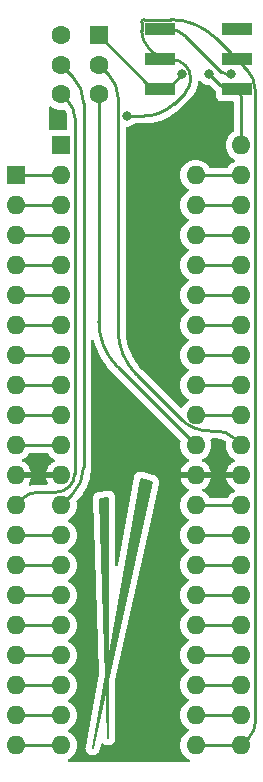
<source format=gbr>
%TF.GenerationSoftware,KiCad,Pcbnew,(6.0.5-0)*%
%TF.CreationDate,2022-06-06T13:25:29-07:00*%
%TF.ProjectId,tl866_27c322_adapter,746c3836-365f-4323-9763-3332325f6164,rev?*%
%TF.SameCoordinates,Original*%
%TF.FileFunction,Copper,L1,Top*%
%TF.FilePolarity,Positive*%
%FSLAX46Y46*%
G04 Gerber Fmt 4.6, Leading zero omitted, Abs format (unit mm)*
G04 Created by KiCad (PCBNEW (6.0.5-0)) date 2022-06-06 13:25:29*
%MOMM*%
%LPD*%
G01*
G04 APERTURE LIST*
%TA.AperFunction,NonConductor*%
%ADD10C,0.200000*%
%TD*%
%TA.AperFunction,SMDPad,CuDef*%
%ADD11R,2.500000X1.000000*%
%TD*%
%TA.AperFunction,ComponentPad*%
%ADD12R,1.600000X1.600000*%
%TD*%
%TA.AperFunction,ComponentPad*%
%ADD13C,1.600000*%
%TD*%
%TA.AperFunction,ComponentPad*%
%ADD14O,1.600000X1.600000*%
%TD*%
%TA.AperFunction,ViaPad*%
%ADD15C,0.800000*%
%TD*%
%TA.AperFunction,Conductor*%
%ADD16C,0.250000*%
%TD*%
G04 APERTURE END LIST*
D10*
G36*
X136372600Y-114376200D02*
G01*
X135692239Y-94120119D01*
X136378039Y-94018519D01*
X136372600Y-114376200D01*
G37*
X136372600Y-114376200D02*
X135692239Y-94120119D01*
X136378039Y-94018519D01*
X136372600Y-114376200D01*
G36*
X140089699Y-92680891D02*
G01*
X135085899Y-115210691D01*
X139149899Y-92401491D01*
X140089699Y-92680891D01*
G37*
X140089699Y-92680891D02*
X135085899Y-115210691D01*
X139149899Y-92401491D01*
X140089699Y-92680891D01*
D11*
%TO.P,SW1,1,1*%
%TO.N,/A18*%
X140794700Y-54357300D03*
%TO.P,SW1,2,2*%
%TO.N,/A19*%
X147294700Y-59437300D03*
%TO.P,SW1,4,4*%
%TO.N,Net-(R3-Pad2)*%
X140794700Y-59437300D03*
%TO.P,SW1,8,8*%
%TO.N,unconnected-(SW1-Pad8)*%
X147294700Y-54357300D03*
%TO.P,SW1,C,C*%
%TO.N,VCC*%
X140794700Y-56897300D03*
X147294700Y-56897300D03*
%TD*%
D12*
%TO.P,SW2,1,A*%
%TO.N,Net-(R3-Pad2)*%
X135610400Y-54869500D03*
D13*
%TO.P,SW2,2,B*%
%TO.N,/A20*%
X135610400Y-57369500D03*
%TO.P,SW2,3,C*%
%TO.N,/{slash}BYTEVpp*%
X135610400Y-59869500D03*
%TO.P,SW2,4,A*%
%TO.N,Net-(Q1-Pad2)*%
X132410400Y-54869500D03*
%TO.P,SW2,5,B*%
%TO.N,/{slash}GVpp*%
X132410400Y-57369500D03*
%TO.P,SW2,6,C*%
%TO.N,/{slash}G*%
X132410400Y-59869500D03*
%TD*%
D12*
%TO.P,J1,1,Pin_1*%
%TO.N,/A18*%
X132435600Y-64185800D03*
D14*
%TO.P,J1,2,Pin_2*%
%TO.N,/A17*%
X132435600Y-66725800D03*
%TO.P,J1,3,Pin_3*%
%TO.N,/A7*%
X132435600Y-69265800D03*
%TO.P,J1,4,Pin_4*%
%TO.N,/A6*%
X132435600Y-71805800D03*
%TO.P,J1,5,Pin_5*%
%TO.N,/A5*%
X132435600Y-74345800D03*
%TO.P,J1,6,Pin_6*%
%TO.N,/A4*%
X132435600Y-76885800D03*
%TO.P,J1,7,Pin_7*%
%TO.N,/A3*%
X132435600Y-79425800D03*
%TO.P,J1,8,Pin_8*%
%TO.N,/A2*%
X132435600Y-81965800D03*
%TO.P,J1,9,Pin_9*%
%TO.N,/A1*%
X132435600Y-84505800D03*
%TO.P,J1,10,Pin_10*%
%TO.N,/A0*%
X132435600Y-87045800D03*
%TO.P,J1,11,Pin_11*%
%TO.N,/{slash}E*%
X132435600Y-89585800D03*
%TO.P,J1,12,Pin_12*%
%TO.N,GND*%
X132435600Y-92125800D03*
%TO.P,J1,13,Pin_13*%
%TO.N,/{slash}GVpp*%
X132435600Y-94665800D03*
%TO.P,J1,14,Pin_14*%
%TO.N,/Q0*%
X132435600Y-97205800D03*
%TO.P,J1,15,Pin_15*%
%TO.N,/Q8*%
X132435600Y-99745800D03*
%TO.P,J1,16,Pin_16*%
%TO.N,/Q1*%
X132435600Y-102285800D03*
%TO.P,J1,17,Pin_17*%
%TO.N,/Q9*%
X132435600Y-104825800D03*
%TO.P,J1,18,Pin_18*%
%TO.N,/Q2*%
X132435600Y-107365800D03*
%TO.P,J1,19,Pin_19*%
%TO.N,/Q10*%
X132435600Y-109905800D03*
%TO.P,J1,20,Pin_20*%
%TO.N,/Q3*%
X132435600Y-112445800D03*
%TO.P,J1,21,Pin_21*%
%TO.N,/Q11*%
X132435600Y-114985800D03*
%TO.P,J1,22,Pin_22*%
%TO.N,VCC*%
X147675600Y-114985800D03*
%TO.P,J1,23,Pin_23*%
%TO.N,/Q4*%
X147675600Y-112445800D03*
%TO.P,J1,24,Pin_24*%
%TO.N,/Q12*%
X147675600Y-109905800D03*
%TO.P,J1,25,Pin_25*%
%TO.N,/Q5*%
X147675600Y-107365800D03*
%TO.P,J1,26,Pin_26*%
%TO.N,/Q13*%
X147675600Y-104825800D03*
%TO.P,J1,27,Pin_27*%
%TO.N,/Q6*%
X147675600Y-102285800D03*
%TO.P,J1,28,Pin_28*%
%TO.N,/Q14*%
X147675600Y-99745800D03*
%TO.P,J1,29,Pin_29*%
%TO.N,/Q7*%
X147675600Y-97205800D03*
%TO.P,J1,30,Pin_30*%
%TO.N,/Q15*%
X147675600Y-94665800D03*
%TO.P,J1,31,Pin_31*%
%TO.N,GND*%
X147675600Y-92125800D03*
%TO.P,J1,32,Pin_32*%
%TO.N,/A20*%
X147675600Y-89585800D03*
%TO.P,J1,33,Pin_33*%
%TO.N,/A16*%
X147675600Y-87045800D03*
%TO.P,J1,34,Pin_34*%
%TO.N,/A15*%
X147675600Y-84505800D03*
%TO.P,J1,35,Pin_35*%
%TO.N,/A14*%
X147675600Y-81965800D03*
%TO.P,J1,36,Pin_36*%
%TO.N,/A13*%
X147675600Y-79425800D03*
%TO.P,J1,37,Pin_37*%
%TO.N,/A12*%
X147675600Y-76885800D03*
%TO.P,J1,38,Pin_38*%
%TO.N,/A11*%
X147675600Y-74345800D03*
%TO.P,J1,39,Pin_39*%
%TO.N,/A10*%
X147675600Y-71805800D03*
%TO.P,J1,40,Pin_40*%
%TO.N,/A9*%
X147675600Y-69265800D03*
%TO.P,J1,41,Pin_41*%
%TO.N,/A8*%
X147675600Y-66725800D03*
%TO.P,J1,42,Pin_42*%
%TO.N,/A19*%
X147675600Y-64185800D03*
%TD*%
D12*
%TO.P,J2,1,Pin_1*%
%TO.N,/A17*%
X128569800Y-66705400D03*
D14*
%TO.P,J2,2,Pin_2*%
%TO.N,/A7*%
X128569800Y-69245400D03*
%TO.P,J2,3,Pin_3*%
%TO.N,/A6*%
X128569800Y-71785400D03*
%TO.P,J2,4,Pin_4*%
%TO.N,/A5*%
X128569800Y-74325400D03*
%TO.P,J2,5,Pin_5*%
%TO.N,/A4*%
X128569800Y-76865400D03*
%TO.P,J2,6,Pin_6*%
%TO.N,/A3*%
X128569800Y-79405400D03*
%TO.P,J2,7,Pin_7*%
%TO.N,/A2*%
X128569800Y-81945400D03*
%TO.P,J2,8,Pin_8*%
%TO.N,/A1*%
X128569800Y-84485400D03*
%TO.P,J2,9,Pin_9*%
%TO.N,/A0*%
X128569800Y-87025400D03*
%TO.P,J2,10,Pin_10*%
%TO.N,/{slash}E*%
X128569800Y-89565400D03*
%TO.P,J2,11,Pin_11*%
%TO.N,GND*%
X128569800Y-92105400D03*
%TO.P,J2,12,Pin_12*%
%TO.N,/{slash}G*%
X128569800Y-94645400D03*
%TO.P,J2,13,Pin_13*%
%TO.N,/Q0*%
X128569800Y-97185400D03*
%TO.P,J2,14,Pin_14*%
%TO.N,/Q8*%
X128569800Y-99725400D03*
%TO.P,J2,15,Pin_15*%
%TO.N,/Q1*%
X128569800Y-102265400D03*
%TO.P,J2,16,Pin_16*%
%TO.N,/Q9*%
X128569800Y-104805400D03*
%TO.P,J2,17,Pin_17*%
%TO.N,/Q2*%
X128569800Y-107345400D03*
%TO.P,J2,18,Pin_18*%
%TO.N,/Q10*%
X128569800Y-109885400D03*
%TO.P,J2,19,Pin_19*%
%TO.N,/Q3*%
X128569800Y-112425400D03*
%TO.P,J2,20,Pin_20*%
%TO.N,/Q11*%
X128569800Y-114965400D03*
%TO.P,J2,21,Pin_21*%
%TO.N,VCC*%
X143809800Y-114965400D03*
%TO.P,J2,22,Pin_22*%
%TO.N,/Q4*%
X143809800Y-112425400D03*
%TO.P,J2,23,Pin_23*%
%TO.N,/Q12*%
X143809800Y-109885400D03*
%TO.P,J2,24,Pin_24*%
%TO.N,/Q5*%
X143809800Y-107345400D03*
%TO.P,J2,25,Pin_25*%
%TO.N,/Q13*%
X143809800Y-104805400D03*
%TO.P,J2,26,Pin_26*%
%TO.N,/Q6*%
X143809800Y-102265400D03*
%TO.P,J2,27,Pin_27*%
%TO.N,/Q14*%
X143809800Y-99725400D03*
%TO.P,J2,28,Pin_28*%
%TO.N,/Q7*%
X143809800Y-97185400D03*
%TO.P,J2,29,Pin_29*%
%TO.N,/Q15*%
X143809800Y-94645400D03*
%TO.P,J2,30,Pin_30*%
%TO.N,GND*%
X143809800Y-92105400D03*
%TO.P,J2,31,Pin_31*%
%TO.N,/{slash}BYTEVpp*%
X143809800Y-89565400D03*
%TO.P,J2,32,Pin_32*%
%TO.N,/A16*%
X143809800Y-87025400D03*
%TO.P,J2,33,Pin_33*%
%TO.N,/A15*%
X143809800Y-84485400D03*
%TO.P,J2,34,Pin_34*%
%TO.N,/A14*%
X143809800Y-81945400D03*
%TO.P,J2,35,Pin_35*%
%TO.N,/A13*%
X143809800Y-79405400D03*
%TO.P,J2,36,Pin_36*%
%TO.N,/A12*%
X143809800Y-76865400D03*
%TO.P,J2,37,Pin_37*%
%TO.N,/A11*%
X143809800Y-74325400D03*
%TO.P,J2,38,Pin_38*%
%TO.N,/A10*%
X143809800Y-71785400D03*
%TO.P,J2,39,Pin_39*%
%TO.N,/A9*%
X143809800Y-69245400D03*
%TO.P,J2,40,Pin_40*%
%TO.N,/A8*%
X143809800Y-66705400D03*
%TD*%
D15*
%TO.N,GND*%
X143789400Y-64846200D03*
X141986000Y-64846200D03*
X145719800Y-93268800D03*
X145846800Y-62953300D03*
X145973800Y-64846200D03*
X145719800Y-90830400D03*
X130479800Y-91059000D03*
X143814800Y-62865000D03*
X142036800Y-62865000D03*
X132054600Y-62026800D03*
%TO.N,VCC*%
X137960700Y-61696600D03*
%TO.N,/A18*%
X146761200Y-58166000D03*
%TO.N,/A19*%
X144957800Y-58166000D03*
%TO.N,Net-(R3-Pad2)*%
X142671800Y-58166000D03*
%TD*%
D16*
%TO.N,GND*%
X145872191Y-62978709D02*
G75*
G02*
X145898256Y-63022640I-93191J-84991D01*
G01*
X145973800Y-64846200D02*
X145898257Y-64770657D01*
X145898257Y-64770657D02*
X145898257Y-63022640D01*
X145872200Y-62978700D02*
X145846800Y-62953300D01*
X142036800Y-62865000D02*
X141986000Y-62915800D01*
X141986000Y-62915800D02*
X141986000Y-64846200D01*
X147640775Y-92105400D02*
X143809800Y-92105400D01*
X143789400Y-64846200D02*
X143802100Y-64833500D01*
X147665400Y-92115600D02*
X147675600Y-92125800D01*
X132400775Y-92105400D02*
X128569800Y-92105400D01*
X143814800Y-62865000D02*
X143814800Y-64802839D01*
X132425400Y-92115600D02*
X132435600Y-92125800D01*
X147640775Y-92105411D02*
G75*
G02*
X147665400Y-92115600I25J-34789D01*
G01*
X143802088Y-64833488D02*
G75*
G03*
X143814800Y-64802839I-30688J30688D01*
G01*
X132400775Y-92105411D02*
G75*
G02*
X132425400Y-92115600I25J-34789D01*
G01*
%TO.N,VCC*%
X147640775Y-114965400D02*
X143809800Y-114965400D01*
X142912361Y-59718659D02*
X141985791Y-60645230D01*
X139805453Y-55908053D02*
X140217342Y-56319942D01*
X148272405Y-114388994D02*
X147685800Y-114975600D01*
X139220189Y-54495100D02*
X139220189Y-53762603D01*
X141611207Y-56897300D02*
X141742812Y-56897300D01*
X142912362Y-57381948D02*
X142912012Y-57381598D01*
X148869211Y-112948178D02*
X148869211Y-59585158D01*
X137960700Y-61696600D02*
X139447561Y-61696600D01*
X141676225Y-53532789D02*
X139450003Y-53532789D01*
X146507444Y-56110044D02*
X148081955Y-57684555D01*
X145523981Y-55126581D02*
X146507444Y-56110044D01*
X147640775Y-114965411D02*
G75*
G02*
X147665400Y-114975600I25J-34789D01*
G01*
X141676225Y-53532760D02*
G75*
G02*
X145523981Y-55126581I-25J-5441540D01*
G01*
X147685800Y-114975600D02*
G75*
G02*
X147665400Y-114975600I-10200J10203D01*
G01*
X148869225Y-59585158D02*
G75*
G03*
X148081955Y-57684555I-2687925J-42D01*
G01*
X139220191Y-53762603D02*
G75*
G02*
X139287500Y-53600100I229809J3D01*
G01*
X143396306Y-58550304D02*
G75*
G03*
X142912362Y-57381948I-1652306J4D01*
G01*
X141611207Y-56897301D02*
G75*
G02*
X140217342Y-56319942I-7J1971201D01*
G01*
X139805454Y-55908052D02*
G75*
G02*
X139220189Y-54495100I1412946J1412952D01*
G01*
X142912361Y-59718659D02*
G75*
G03*
X143396311Y-58550304I-1168361J1168359D01*
G01*
X139287499Y-53600099D02*
G75*
G02*
X139450003Y-53532789I162501J-162501D01*
G01*
X148272414Y-114389003D02*
G75*
G03*
X148869211Y-112948178I-1440814J1440803D01*
G01*
X139447561Y-61696571D02*
G75*
G03*
X141985790Y-60645229I39J3589571D01*
G01*
X141742812Y-56897292D02*
G75*
G02*
X142912012Y-57381598I-12J-1653508D01*
G01*
%TO.N,/A18*%
X145953369Y-57954991D02*
X142907567Y-54909189D01*
X141575189Y-54357300D02*
X140794700Y-54357300D01*
X146462789Y-58166000D02*
X146761200Y-58166000D01*
X146462789Y-58166015D02*
G75*
G02*
X145953370Y-57954990I11J720415D01*
G01*
X141575189Y-54357318D02*
G75*
G02*
X142907567Y-54909189I11J-1884282D01*
G01*
%TO.N,/A17*%
X132425400Y-66715600D02*
X132435600Y-66725800D01*
X132400775Y-66705400D02*
X128569800Y-66705400D01*
X132400775Y-66705411D02*
G75*
G02*
X132425400Y-66715600I25J-34789D01*
G01*
%TO.N,/A7*%
X132400775Y-69245400D02*
X128569800Y-69245400D01*
X132425400Y-69255600D02*
X132435600Y-69265800D01*
X132400775Y-69245411D02*
G75*
G02*
X132425400Y-69255600I25J-34789D01*
G01*
%TO.N,/A6*%
X132400775Y-71785400D02*
X128569800Y-71785400D01*
X132425400Y-71795600D02*
X132435600Y-71805800D01*
X132400775Y-71785411D02*
G75*
G02*
X132425400Y-71795600I25J-34789D01*
G01*
%TO.N,/A5*%
X132425400Y-74335600D02*
X132435600Y-74345800D01*
X132400775Y-74325400D02*
X128569800Y-74325400D01*
X132400775Y-74325411D02*
G75*
G02*
X132425400Y-74335600I25J-34789D01*
G01*
%TO.N,/A4*%
X132400775Y-76865400D02*
X128569800Y-76865400D01*
X132425400Y-76875600D02*
X132435600Y-76885800D01*
X132400775Y-76865411D02*
G75*
G02*
X132425400Y-76875600I25J-34789D01*
G01*
%TO.N,/A3*%
X132425400Y-79415600D02*
X132435600Y-79425800D01*
X132400775Y-79405400D02*
X128569800Y-79405400D01*
X132400775Y-79405411D02*
G75*
G02*
X132425400Y-79415600I25J-34789D01*
G01*
%TO.N,/A2*%
X132425400Y-81955600D02*
X132435600Y-81965800D01*
X132400775Y-81945400D02*
X128569800Y-81945400D01*
X132400775Y-81945411D02*
G75*
G02*
X132425400Y-81955600I25J-34789D01*
G01*
%TO.N,/A1*%
X132425400Y-84495600D02*
X132435600Y-84505800D01*
X132400775Y-84485400D02*
X128569800Y-84485400D01*
X132400775Y-84485411D02*
G75*
G02*
X132425400Y-84495600I25J-34789D01*
G01*
%TO.N,/A0*%
X132400775Y-87025400D02*
X128569800Y-87025400D01*
X132425400Y-87035600D02*
X132435600Y-87045800D01*
X132400775Y-87025411D02*
G75*
G02*
X132425400Y-87035600I25J-34789D01*
G01*
%TO.N,/{slash}E*%
X132425400Y-89575600D02*
X132435600Y-89585800D01*
X132400775Y-89565400D02*
X128569800Y-89565400D01*
X132400775Y-89565411D02*
G75*
G02*
X132425400Y-89575600I25J-34789D01*
G01*
%TO.N,/{slash}GVpp*%
X133375400Y-93726000D02*
X132435600Y-94665800D01*
X133362800Y-58321900D02*
X132410400Y-57369500D01*
X134315200Y-60621196D02*
X134315200Y-91457122D01*
X133375394Y-93725994D02*
G75*
G03*
X134315200Y-91457122I-2268894J2268894D01*
G01*
X134315201Y-60621196D02*
G75*
G03*
X133362800Y-58321900I-3251701J-4D01*
G01*
%TO.N,/Q0*%
X132425400Y-97195600D02*
X132435600Y-97205800D01*
X132400775Y-97185400D02*
X128569800Y-97185400D01*
X132400775Y-97185411D02*
G75*
G02*
X132425400Y-97195600I25J-34789D01*
G01*
%TO.N,/Q8*%
X132425400Y-99735600D02*
X132435600Y-99745800D01*
X132400775Y-99725400D02*
X128569800Y-99725400D01*
X132400775Y-99725411D02*
G75*
G02*
X132425400Y-99735600I25J-34789D01*
G01*
%TO.N,/Q1*%
X132425400Y-102275600D02*
X132435600Y-102285800D01*
X132400775Y-102265400D02*
X128569800Y-102265400D01*
X132400775Y-102265411D02*
G75*
G02*
X132425400Y-102275600I25J-34789D01*
G01*
%TO.N,/Q9*%
X132425400Y-104815600D02*
X132435600Y-104825800D01*
X132400775Y-104805400D02*
X128569800Y-104805400D01*
X132400775Y-104805411D02*
G75*
G02*
X132425400Y-104815600I25J-34789D01*
G01*
%TO.N,/Q2*%
X132400775Y-107345400D02*
X128569800Y-107345400D01*
X132425400Y-107355600D02*
X132435600Y-107365800D01*
X132400775Y-107345411D02*
G75*
G02*
X132425400Y-107355600I25J-34789D01*
G01*
%TO.N,/Q10*%
X132425400Y-109895600D02*
X132435600Y-109905800D01*
X132400775Y-109885400D02*
X128569800Y-109885400D01*
X132400775Y-109885411D02*
G75*
G02*
X132425400Y-109895600I25J-34789D01*
G01*
%TO.N,/Q3*%
X132400775Y-112425400D02*
X128569800Y-112425400D01*
X132425400Y-112435600D02*
X132435600Y-112445800D01*
X132400775Y-112425411D02*
G75*
G02*
X132425400Y-112435600I25J-34789D01*
G01*
%TO.N,/Q11*%
X132425400Y-114975600D02*
X132435600Y-114985800D01*
X132400775Y-114965400D02*
X128569800Y-114965400D01*
X132400775Y-114965411D02*
G75*
G02*
X132425400Y-114975600I25J-34789D01*
G01*
%TO.N,/Q4*%
X147640775Y-112425400D02*
X143809800Y-112425400D01*
X147665400Y-112435600D02*
X147675600Y-112445800D01*
X147640775Y-112425411D02*
G75*
G02*
X147665400Y-112435600I25J-34789D01*
G01*
%TO.N,/Q12*%
X147640775Y-109885400D02*
X143809800Y-109885400D01*
X147665400Y-109895600D02*
X147675600Y-109905800D01*
X147640775Y-109885411D02*
G75*
G02*
X147665400Y-109895600I25J-34789D01*
G01*
%TO.N,/Q5*%
X147665400Y-107355600D02*
X147675600Y-107365800D01*
X147640775Y-107345400D02*
X143809800Y-107345400D01*
X147640775Y-107345411D02*
G75*
G02*
X147665400Y-107355600I25J-34789D01*
G01*
%TO.N,/Q13*%
X147665400Y-104815600D02*
X147675600Y-104825800D01*
X147640775Y-104805400D02*
X143809800Y-104805400D01*
X147640775Y-104805411D02*
G75*
G02*
X147665400Y-104815600I25J-34789D01*
G01*
%TO.N,/Q6*%
X147665400Y-102275600D02*
X147675600Y-102285800D01*
X147640775Y-102265400D02*
X143809800Y-102265400D01*
X147640775Y-102265411D02*
G75*
G02*
X147665400Y-102275600I25J-34789D01*
G01*
%TO.N,/Q14*%
X147665400Y-99735600D02*
X147675600Y-99745800D01*
X147640775Y-99725400D02*
X143809800Y-99725400D01*
X147640775Y-99725411D02*
G75*
G02*
X147665400Y-99735600I25J-34789D01*
G01*
%TO.N,/Q7*%
X147640775Y-97185400D02*
X143809800Y-97185400D01*
X147665400Y-97195600D02*
X147675600Y-97205800D01*
X147640775Y-97185411D02*
G75*
G02*
X147665400Y-97195600I25J-34789D01*
G01*
%TO.N,/Q15*%
X147640775Y-94645400D02*
X143809800Y-94645400D01*
X147665400Y-94655600D02*
X147675600Y-94665800D01*
X147640775Y-94645411D02*
G75*
G02*
X147665400Y-94655600I25J-34789D01*
G01*
%TO.N,/A20*%
X145008550Y-88366600D02*
X145594295Y-88366600D01*
X142536915Y-87342815D02*
X138829992Y-83635892D01*
X136423300Y-58182400D02*
X135610400Y-57369500D01*
X147066000Y-88976200D02*
X147675600Y-89585800D01*
X137236200Y-79788136D02*
X137236200Y-60144914D01*
X145594295Y-88366602D02*
G75*
G02*
X147066000Y-88976200I5J-2081298D01*
G01*
X138830000Y-83635884D02*
G75*
G02*
X137236200Y-79788136I3847800J3847784D01*
G01*
X137236194Y-60144914D02*
G75*
G03*
X136423300Y-58182400I-2775394J14D01*
G01*
X145008550Y-88366640D02*
G75*
G02*
X142536916Y-87342814I50J3495440D01*
G01*
%TO.N,/A16*%
X147640775Y-87025400D02*
X143809800Y-87025400D01*
X147665400Y-87035600D02*
X147675600Y-87045800D01*
X147640775Y-87025411D02*
G75*
G02*
X147665400Y-87035600I25J-34789D01*
G01*
%TO.N,/A15*%
X147640775Y-84485400D02*
X143809800Y-84485400D01*
X147665400Y-84495600D02*
X147675600Y-84505800D01*
X147640775Y-84485411D02*
G75*
G02*
X147665400Y-84495600I25J-34789D01*
G01*
%TO.N,/A14*%
X147665400Y-81955600D02*
X147675600Y-81965800D01*
X147640775Y-81945400D02*
X143809800Y-81945400D01*
X147640775Y-81945411D02*
G75*
G02*
X147665400Y-81955600I25J-34789D01*
G01*
%TO.N,/A13*%
X147665400Y-79415600D02*
X147675600Y-79425800D01*
X147640775Y-79405400D02*
X143809800Y-79405400D01*
X147640775Y-79405411D02*
G75*
G02*
X147665400Y-79415600I25J-34789D01*
G01*
%TO.N,/A12*%
X147665400Y-76875600D02*
X147675600Y-76885800D01*
X147640775Y-76865400D02*
X143809800Y-76865400D01*
X147640775Y-76865411D02*
G75*
G02*
X147665400Y-76875600I25J-34789D01*
G01*
%TO.N,/A11*%
X147640775Y-74325400D02*
X143809800Y-74325400D01*
X147665400Y-74335600D02*
X147675600Y-74345800D01*
X147640775Y-74325411D02*
G75*
G02*
X147665400Y-74335600I25J-34789D01*
G01*
%TO.N,/A10*%
X147640775Y-71785400D02*
X143809800Y-71785400D01*
X147665400Y-71795600D02*
X147675600Y-71805800D01*
X147640775Y-71785411D02*
G75*
G02*
X147665400Y-71795600I25J-34789D01*
G01*
%TO.N,/A9*%
X147665400Y-69255600D02*
X147675600Y-69265800D01*
X147640775Y-69245400D02*
X143809800Y-69245400D01*
X147640775Y-69245411D02*
G75*
G02*
X147665400Y-69255600I25J-34789D01*
G01*
%TO.N,/A8*%
X147665400Y-66715600D02*
X147675600Y-66725800D01*
X147640775Y-66705400D02*
X143809800Y-66705400D01*
X147640775Y-66705411D02*
G75*
G02*
X147665400Y-66715600I25J-34789D01*
G01*
%TO.N,/A19*%
X144957800Y-58166000D02*
X145852353Y-59060553D01*
X147025363Y-59437300D02*
X146761900Y-59437300D01*
X147675600Y-60087536D02*
X147675600Y-64185800D01*
X147025363Y-59437316D02*
G75*
G02*
X147485150Y-59627750I37J-650184D01*
G01*
X146761900Y-59437297D02*
G75*
G02*
X145852354Y-59060552I0J1286297D01*
G01*
X147675584Y-60087536D02*
G75*
G03*
X147485150Y-59627750I-650184J36D01*
G01*
%TO.N,/{slash}G*%
X129121855Y-94093344D02*
X128569800Y-94645400D01*
X133560111Y-91980310D02*
X133560111Y-61832179D01*
X132985255Y-60444355D02*
X132410400Y-59869500D01*
X130454635Y-93541289D02*
X131999132Y-93541289D01*
X133560116Y-61832179D02*
G75*
G03*
X132985255Y-60444355I-1962716J-21D01*
G01*
X133102912Y-93084090D02*
G75*
G03*
X133560111Y-91980310I-1103812J1103790D01*
G01*
X131999132Y-93541308D02*
G75*
G03*
X133102910Y-93084088I-32J1561008D01*
G01*
X129121843Y-94093332D02*
G75*
G02*
X130454635Y-93541289I1332757J-1332768D01*
G01*
%TO.N,/{slash}BYTEVpp*%
X135610400Y-79112036D02*
X135610400Y-59869500D01*
X137204192Y-82959792D02*
X143809800Y-89565400D01*
X137204200Y-82959784D02*
G75*
G02*
X135610400Y-79112036I3847800J3847784D01*
G01*
%TO.N,Net-(R3-Pad2)*%
X141614682Y-59223117D02*
X142671800Y-58166000D01*
X140491800Y-59437300D02*
X140486450Y-59437300D01*
X139960234Y-59219334D02*
X135610400Y-54869500D01*
X141097600Y-59437300D02*
X140491800Y-59437300D01*
X140486450Y-59437329D02*
G75*
G02*
X139960235Y-59219333I50J744229D01*
G01*
X141097600Y-59437289D02*
G75*
G03*
X141614682Y-59223117I0J731289D01*
G01*
%TD*%
%TA.AperFunction,Conductor*%
%TO.N,GND*%
G36*
X135157212Y-80672496D02*
G01*
X135196786Y-80736559D01*
X135219274Y-80824665D01*
X135219977Y-80826778D01*
X135219982Y-80826794D01*
X135264186Y-80959602D01*
X135356314Y-81236398D01*
X135357167Y-81238458D01*
X135357171Y-81238468D01*
X135518558Y-81628090D01*
X135522376Y-81637307D01*
X135716616Y-82025347D01*
X135938043Y-82398542D01*
X135939325Y-82400388D01*
X135939326Y-82400390D01*
X136087798Y-82614229D01*
X136185530Y-82754990D01*
X136186923Y-82756718D01*
X136186933Y-82756732D01*
X136311014Y-82910707D01*
X136457814Y-83092875D01*
X136459331Y-83094504D01*
X136459348Y-83094524D01*
X136732638Y-83388059D01*
X136740860Y-83397882D01*
X136741122Y-83398187D01*
X136743598Y-83401485D01*
X136752949Y-83411033D01*
X136756191Y-83413575D01*
X136756192Y-83413576D01*
X136777456Y-83430249D01*
X136788804Y-83440308D01*
X142500648Y-89152152D01*
X142534674Y-89214464D01*
X142533259Y-89273859D01*
X142517682Y-89331991D01*
X142517680Y-89332001D01*
X142516257Y-89337313D01*
X142496302Y-89565400D01*
X142516257Y-89793487D01*
X142575516Y-90014643D01*
X142577839Y-90019624D01*
X142577839Y-90019625D01*
X142669951Y-90217162D01*
X142669954Y-90217167D01*
X142672277Y-90222149D01*
X142803602Y-90409700D01*
X142965500Y-90571598D01*
X142970008Y-90574755D01*
X142970011Y-90574757D01*
X143048189Y-90629498D01*
X143153051Y-90702923D01*
X143158033Y-90705246D01*
X143158038Y-90705249D01*
X143192849Y-90721481D01*
X143246134Y-90768398D01*
X143265595Y-90836675D01*
X143245053Y-90904635D01*
X143192849Y-90949871D01*
X143158289Y-90965986D01*
X143148793Y-90971469D01*
X142970333Y-91096428D01*
X142961925Y-91103484D01*
X142807884Y-91257525D01*
X142800828Y-91265933D01*
X142675869Y-91444393D01*
X142670386Y-91453889D01*
X142578310Y-91651347D01*
X142574564Y-91661639D01*
X142528406Y-91833903D01*
X142528742Y-91847999D01*
X142536684Y-91851400D01*
X145077767Y-91851400D01*
X145091298Y-91847427D01*
X145092527Y-91838878D01*
X145045036Y-91661639D01*
X145041290Y-91651347D01*
X144949214Y-91453889D01*
X144943731Y-91444393D01*
X144818772Y-91265933D01*
X144811716Y-91257525D01*
X144657675Y-91103484D01*
X144649267Y-91096428D01*
X144470807Y-90971469D01*
X144461311Y-90965986D01*
X144426751Y-90949871D01*
X144373466Y-90902954D01*
X144354005Y-90834677D01*
X144374547Y-90766717D01*
X144426751Y-90721481D01*
X144461562Y-90705249D01*
X144461567Y-90705246D01*
X144466549Y-90702923D01*
X144571411Y-90629498D01*
X144649589Y-90574757D01*
X144649592Y-90574755D01*
X144654100Y-90571598D01*
X144815998Y-90409700D01*
X144947323Y-90222149D01*
X144949646Y-90217167D01*
X144949649Y-90217162D01*
X145041761Y-90019625D01*
X145041761Y-90019624D01*
X145044084Y-90014643D01*
X145103343Y-89793487D01*
X145123298Y-89565400D01*
X145103343Y-89337313D01*
X145055486Y-89158710D01*
X145057176Y-89087735D01*
X145096970Y-89028939D01*
X145162234Y-89000991D01*
X145177193Y-89000100D01*
X145544279Y-89000100D01*
X145560725Y-89001178D01*
X145580083Y-89003727D01*
X145580087Y-89003727D01*
X145587614Y-89004718D01*
X145605333Y-89002762D01*
X145627393Y-89002272D01*
X145775030Y-89011948D01*
X145791371Y-89014099D01*
X145876144Y-89030961D01*
X145960920Y-89047824D01*
X145976837Y-89052089D01*
X146140522Y-89107652D01*
X146155750Y-89113959D01*
X146310798Y-89190421D01*
X146325069Y-89198661D01*
X146334474Y-89204945D01*
X146380003Y-89259421D01*
X146388852Y-89329864D01*
X146386180Y-89342324D01*
X146383481Y-89352395D01*
X146383479Y-89352406D01*
X146382057Y-89357713D01*
X146362102Y-89585800D01*
X146382057Y-89813887D01*
X146441316Y-90035043D01*
X146443639Y-90040024D01*
X146443639Y-90040025D01*
X146535751Y-90237562D01*
X146535754Y-90237567D01*
X146538077Y-90242549D01*
X146611502Y-90347411D01*
X146655118Y-90409700D01*
X146669402Y-90430100D01*
X146831300Y-90591998D01*
X146835808Y-90595155D01*
X146835811Y-90595157D01*
X146913989Y-90649898D01*
X147018851Y-90723323D01*
X147023833Y-90725646D01*
X147023838Y-90725649D01*
X147058649Y-90741881D01*
X147111934Y-90788798D01*
X147131395Y-90857075D01*
X147110853Y-90925035D01*
X147058649Y-90970271D01*
X147024089Y-90986386D01*
X147014593Y-90991869D01*
X146836133Y-91116828D01*
X146827725Y-91123884D01*
X146673684Y-91277925D01*
X146666628Y-91286333D01*
X146541669Y-91464793D01*
X146536186Y-91474289D01*
X146444110Y-91671747D01*
X146440364Y-91682039D01*
X146394206Y-91854303D01*
X146394542Y-91868399D01*
X146402484Y-91871800D01*
X147803600Y-91871800D01*
X147871721Y-91891802D01*
X147918214Y-91945458D01*
X147929600Y-91997800D01*
X147929600Y-92253800D01*
X147909598Y-92321921D01*
X147855942Y-92368414D01*
X147803600Y-92379800D01*
X146407633Y-92379800D01*
X146394102Y-92383773D01*
X146392873Y-92392322D01*
X146440364Y-92569561D01*
X146444110Y-92579853D01*
X146536186Y-92777311D01*
X146541669Y-92786807D01*
X146666628Y-92965267D01*
X146673684Y-92973675D01*
X146827725Y-93127716D01*
X146836133Y-93134772D01*
X147014593Y-93259731D01*
X147024089Y-93265214D01*
X147058649Y-93281329D01*
X147111934Y-93328246D01*
X147131395Y-93396523D01*
X147110853Y-93464483D01*
X147058649Y-93509719D01*
X147023838Y-93525951D01*
X147023833Y-93525954D01*
X147018851Y-93528277D01*
X146949712Y-93576689D01*
X146835811Y-93656443D01*
X146835808Y-93656445D01*
X146831300Y-93659602D01*
X146669402Y-93821500D01*
X146666245Y-93826008D01*
X146666243Y-93826011D01*
X146642565Y-93859827D01*
X146594009Y-93929173D01*
X146573704Y-93958171D01*
X146518247Y-94002499D01*
X146470491Y-94011900D01*
X145029194Y-94011900D01*
X144961073Y-93991898D01*
X144925981Y-93958171D01*
X144819157Y-93805611D01*
X144819155Y-93805608D01*
X144815998Y-93801100D01*
X144654100Y-93639202D01*
X144649592Y-93636045D01*
X144649589Y-93636043D01*
X144542709Y-93561205D01*
X144466549Y-93507877D01*
X144461567Y-93505554D01*
X144461562Y-93505551D01*
X144426751Y-93489319D01*
X144373466Y-93442402D01*
X144354005Y-93374125D01*
X144374547Y-93306165D01*
X144426751Y-93260929D01*
X144461311Y-93244814D01*
X144470807Y-93239331D01*
X144649267Y-93114372D01*
X144657675Y-93107316D01*
X144811716Y-92953275D01*
X144818772Y-92944867D01*
X144943731Y-92766407D01*
X144949214Y-92756911D01*
X145041290Y-92559453D01*
X145045036Y-92549161D01*
X145091194Y-92376897D01*
X145090858Y-92362801D01*
X145082916Y-92359400D01*
X142541833Y-92359400D01*
X142528302Y-92363373D01*
X142527073Y-92371922D01*
X142574564Y-92549161D01*
X142578310Y-92559453D01*
X142670386Y-92756911D01*
X142675869Y-92766407D01*
X142800828Y-92944867D01*
X142807884Y-92953275D01*
X142961925Y-93107316D01*
X142970333Y-93114372D01*
X143148793Y-93239331D01*
X143158289Y-93244814D01*
X143192849Y-93260929D01*
X143246134Y-93307846D01*
X143265595Y-93376123D01*
X143245053Y-93444083D01*
X143192849Y-93489319D01*
X143158038Y-93505551D01*
X143158033Y-93505554D01*
X143153051Y-93507877D01*
X143076891Y-93561205D01*
X142970011Y-93636043D01*
X142970008Y-93636045D01*
X142965500Y-93639202D01*
X142803602Y-93801100D01*
X142800445Y-93805608D01*
X142800443Y-93805611D01*
X142745702Y-93883789D01*
X142672277Y-93988651D01*
X142669954Y-93993633D01*
X142669951Y-93993638D01*
X142577839Y-94191175D01*
X142575516Y-94196157D01*
X142574094Y-94201465D01*
X142574093Y-94201467D01*
X142547304Y-94301445D01*
X142516257Y-94417313D01*
X142496302Y-94645400D01*
X142516257Y-94873487D01*
X142575516Y-95094643D01*
X142577839Y-95099624D01*
X142577839Y-95099625D01*
X142669951Y-95297162D01*
X142669954Y-95297167D01*
X142672277Y-95302149D01*
X142803602Y-95489700D01*
X142965500Y-95651598D01*
X142970008Y-95654755D01*
X142970011Y-95654757D01*
X143048189Y-95709498D01*
X143153051Y-95782923D01*
X143158033Y-95785246D01*
X143158038Y-95785249D01*
X143192257Y-95801205D01*
X143245542Y-95848122D01*
X143265003Y-95916399D01*
X143244461Y-95984359D01*
X143192257Y-96029595D01*
X143158038Y-96045551D01*
X143158033Y-96045554D01*
X143153051Y-96047877D01*
X143104100Y-96082153D01*
X142970011Y-96176043D01*
X142970008Y-96176045D01*
X142965500Y-96179202D01*
X142803602Y-96341100D01*
X142800445Y-96345608D01*
X142800443Y-96345611D01*
X142786159Y-96366011D01*
X142672277Y-96528651D01*
X142669954Y-96533633D01*
X142669951Y-96533638D01*
X142577839Y-96731175D01*
X142575516Y-96736157D01*
X142516257Y-96957313D01*
X142496302Y-97185400D01*
X142516257Y-97413487D01*
X142575516Y-97634643D01*
X142577839Y-97639624D01*
X142577839Y-97639625D01*
X142669951Y-97837162D01*
X142669954Y-97837167D01*
X142672277Y-97842149D01*
X142803602Y-98029700D01*
X142965500Y-98191598D01*
X142970008Y-98194755D01*
X142970011Y-98194757D01*
X143048189Y-98249498D01*
X143153051Y-98322923D01*
X143158033Y-98325246D01*
X143158038Y-98325249D01*
X143192257Y-98341205D01*
X143245542Y-98388122D01*
X143265003Y-98456399D01*
X143244461Y-98524359D01*
X143192257Y-98569595D01*
X143158038Y-98585551D01*
X143158033Y-98585554D01*
X143153051Y-98587877D01*
X143104100Y-98622153D01*
X142970011Y-98716043D01*
X142970008Y-98716045D01*
X142965500Y-98719202D01*
X142803602Y-98881100D01*
X142800445Y-98885608D01*
X142800443Y-98885611D01*
X142786159Y-98906011D01*
X142672277Y-99068651D01*
X142669954Y-99073633D01*
X142669951Y-99073638D01*
X142577839Y-99271175D01*
X142575516Y-99276157D01*
X142516257Y-99497313D01*
X142496302Y-99725400D01*
X142516257Y-99953487D01*
X142575516Y-100174643D01*
X142577839Y-100179624D01*
X142577839Y-100179625D01*
X142669951Y-100377162D01*
X142669954Y-100377167D01*
X142672277Y-100382149D01*
X142803602Y-100569700D01*
X142965500Y-100731598D01*
X142970008Y-100734755D01*
X142970011Y-100734757D01*
X143048189Y-100789498D01*
X143153051Y-100862923D01*
X143158033Y-100865246D01*
X143158038Y-100865249D01*
X143192257Y-100881205D01*
X143245542Y-100928122D01*
X143265003Y-100996399D01*
X143244461Y-101064359D01*
X143192257Y-101109595D01*
X143158038Y-101125551D01*
X143158033Y-101125554D01*
X143153051Y-101127877D01*
X143104100Y-101162153D01*
X142970011Y-101256043D01*
X142970008Y-101256045D01*
X142965500Y-101259202D01*
X142803602Y-101421100D01*
X142800445Y-101425608D01*
X142800443Y-101425611D01*
X142786159Y-101446011D01*
X142672277Y-101608651D01*
X142669954Y-101613633D01*
X142669951Y-101613638D01*
X142577839Y-101811175D01*
X142575516Y-101816157D01*
X142516257Y-102037313D01*
X142496302Y-102265400D01*
X142516257Y-102493487D01*
X142575516Y-102714643D01*
X142577839Y-102719624D01*
X142577839Y-102719625D01*
X142669951Y-102917162D01*
X142669954Y-102917167D01*
X142672277Y-102922149D01*
X142803602Y-103109700D01*
X142965500Y-103271598D01*
X142970008Y-103274755D01*
X142970011Y-103274757D01*
X143048189Y-103329498D01*
X143153051Y-103402923D01*
X143158033Y-103405246D01*
X143158038Y-103405249D01*
X143192257Y-103421205D01*
X143245542Y-103468122D01*
X143265003Y-103536399D01*
X143244461Y-103604359D01*
X143192257Y-103649595D01*
X143158038Y-103665551D01*
X143158033Y-103665554D01*
X143153051Y-103667877D01*
X143104100Y-103702153D01*
X142970011Y-103796043D01*
X142970008Y-103796045D01*
X142965500Y-103799202D01*
X142803602Y-103961100D01*
X142800445Y-103965608D01*
X142800443Y-103965611D01*
X142786159Y-103986011D01*
X142672277Y-104148651D01*
X142669954Y-104153633D01*
X142669951Y-104153638D01*
X142577839Y-104351175D01*
X142575516Y-104356157D01*
X142516257Y-104577313D01*
X142496302Y-104805400D01*
X142516257Y-105033487D01*
X142575516Y-105254643D01*
X142577839Y-105259624D01*
X142577839Y-105259625D01*
X142669951Y-105457162D01*
X142669954Y-105457167D01*
X142672277Y-105462149D01*
X142803602Y-105649700D01*
X142965500Y-105811598D01*
X142970008Y-105814755D01*
X142970011Y-105814757D01*
X143048189Y-105869498D01*
X143153051Y-105942923D01*
X143158033Y-105945246D01*
X143158038Y-105945249D01*
X143192257Y-105961205D01*
X143245542Y-106008122D01*
X143265003Y-106076399D01*
X143244461Y-106144359D01*
X143192257Y-106189595D01*
X143158038Y-106205551D01*
X143158033Y-106205554D01*
X143153051Y-106207877D01*
X143104100Y-106242153D01*
X142970011Y-106336043D01*
X142970008Y-106336045D01*
X142965500Y-106339202D01*
X142803602Y-106501100D01*
X142800445Y-106505608D01*
X142800443Y-106505611D01*
X142786159Y-106526011D01*
X142672277Y-106688651D01*
X142669954Y-106693633D01*
X142669951Y-106693638D01*
X142577839Y-106891175D01*
X142575516Y-106896157D01*
X142516257Y-107117313D01*
X142496302Y-107345400D01*
X142516257Y-107573487D01*
X142575516Y-107794643D01*
X142577839Y-107799624D01*
X142577839Y-107799625D01*
X142669951Y-107997162D01*
X142669954Y-107997167D01*
X142672277Y-108002149D01*
X142803602Y-108189700D01*
X142965500Y-108351598D01*
X142970008Y-108354755D01*
X142970011Y-108354757D01*
X143048189Y-108409498D01*
X143153051Y-108482923D01*
X143158033Y-108485246D01*
X143158038Y-108485249D01*
X143192257Y-108501205D01*
X143245542Y-108548122D01*
X143265003Y-108616399D01*
X143244461Y-108684359D01*
X143192257Y-108729595D01*
X143158038Y-108745551D01*
X143158033Y-108745554D01*
X143153051Y-108747877D01*
X143104100Y-108782153D01*
X142970011Y-108876043D01*
X142970008Y-108876045D01*
X142965500Y-108879202D01*
X142803602Y-109041100D01*
X142800445Y-109045608D01*
X142800443Y-109045611D01*
X142786159Y-109066011D01*
X142672277Y-109228651D01*
X142669954Y-109233633D01*
X142669951Y-109233638D01*
X142577839Y-109431175D01*
X142575516Y-109436157D01*
X142516257Y-109657313D01*
X142496302Y-109885400D01*
X142516257Y-110113487D01*
X142575516Y-110334643D01*
X142577839Y-110339624D01*
X142577839Y-110339625D01*
X142669951Y-110537162D01*
X142669954Y-110537167D01*
X142672277Y-110542149D01*
X142803602Y-110729700D01*
X142965500Y-110891598D01*
X142970008Y-110894755D01*
X142970011Y-110894757D01*
X143048189Y-110949498D01*
X143153051Y-111022923D01*
X143158033Y-111025246D01*
X143158038Y-111025249D01*
X143192257Y-111041205D01*
X143245542Y-111088122D01*
X143265003Y-111156399D01*
X143244461Y-111224359D01*
X143192257Y-111269595D01*
X143158038Y-111285551D01*
X143158033Y-111285554D01*
X143153051Y-111287877D01*
X143104100Y-111322153D01*
X142970011Y-111416043D01*
X142970008Y-111416045D01*
X142965500Y-111419202D01*
X142803602Y-111581100D01*
X142800445Y-111585608D01*
X142800443Y-111585611D01*
X142786159Y-111606011D01*
X142672277Y-111768651D01*
X142669954Y-111773633D01*
X142669951Y-111773638D01*
X142577839Y-111971175D01*
X142575516Y-111976157D01*
X142516257Y-112197313D01*
X142496302Y-112425400D01*
X142516257Y-112653487D01*
X142575516Y-112874643D01*
X142577839Y-112879624D01*
X142577839Y-112879625D01*
X142669951Y-113077162D01*
X142669954Y-113077167D01*
X142672277Y-113082149D01*
X142803602Y-113269700D01*
X142965500Y-113431598D01*
X142970008Y-113434755D01*
X142970011Y-113434757D01*
X143048189Y-113489498D01*
X143153051Y-113562923D01*
X143158033Y-113565246D01*
X143158038Y-113565249D01*
X143192257Y-113581205D01*
X143245542Y-113628122D01*
X143265003Y-113696399D01*
X143244461Y-113764359D01*
X143192257Y-113809595D01*
X143158038Y-113825551D01*
X143158033Y-113825554D01*
X143153051Y-113827877D01*
X143104100Y-113862153D01*
X142970011Y-113956043D01*
X142970008Y-113956045D01*
X142965500Y-113959202D01*
X142803602Y-114121100D01*
X142800445Y-114125608D01*
X142800443Y-114125611D01*
X142786159Y-114146011D01*
X142672277Y-114308651D01*
X142669954Y-114313633D01*
X142669951Y-114313638D01*
X142577839Y-114511175D01*
X142575516Y-114516157D01*
X142574094Y-114521465D01*
X142574093Y-114521467D01*
X142532564Y-114676456D01*
X142516257Y-114737313D01*
X142496302Y-114965400D01*
X142516257Y-115193487D01*
X142517681Y-115198800D01*
X142517681Y-115198802D01*
X142558900Y-115352630D01*
X142575516Y-115414643D01*
X142577839Y-115419624D01*
X142577839Y-115419625D01*
X142669951Y-115617162D01*
X142669954Y-115617167D01*
X142672277Y-115622149D01*
X142737259Y-115714952D01*
X142790643Y-115791192D01*
X142803602Y-115809700D01*
X142965500Y-115971598D01*
X142970008Y-115974755D01*
X142970011Y-115974757D01*
X143006303Y-116000169D01*
X143153051Y-116102923D01*
X143158036Y-116105247D01*
X143158042Y-116105251D01*
X143237077Y-116142105D01*
X143290363Y-116189022D01*
X143309824Y-116257299D01*
X143289282Y-116325259D01*
X143235260Y-116371325D01*
X143183828Y-116382300D01*
X133105321Y-116382300D01*
X133037200Y-116362298D01*
X132990707Y-116308642D01*
X132980603Y-116238368D01*
X133010097Y-116173788D01*
X133052071Y-116142105D01*
X133087362Y-116125649D01*
X133087367Y-116125646D01*
X133092349Y-116123323D01*
X133268231Y-116000169D01*
X133275389Y-115995157D01*
X133275392Y-115995155D01*
X133279900Y-115991998D01*
X133441798Y-115830100D01*
X133447744Y-115821609D01*
X133543684Y-115684592D01*
X133573123Y-115642549D01*
X133575446Y-115637567D01*
X133575449Y-115637562D01*
X133667561Y-115440025D01*
X133667561Y-115440024D01*
X133669884Y-115435043D01*
X133678079Y-115404461D01*
X133722889Y-115237227D01*
X134472722Y-115237227D01*
X134474152Y-115245357D01*
X134474357Y-115250086D01*
X134474764Y-115254837D01*
X134474389Y-115263088D01*
X134476162Y-115271152D01*
X134488261Y-115326193D01*
X134489293Y-115331414D01*
X134500484Y-115395025D01*
X134503971Y-115402511D01*
X134505398Y-115407042D01*
X134507014Y-115411505D01*
X134508787Y-115419573D01*
X134531399Y-115463200D01*
X134538519Y-115476937D01*
X134540865Y-115481707D01*
X134568141Y-115540260D01*
X134573450Y-115546592D01*
X134576003Y-115550603D01*
X134578714Y-115554490D01*
X134582515Y-115561823D01*
X134588082Y-115567921D01*
X134588084Y-115567923D01*
X134626084Y-115609543D01*
X134629587Y-115613547D01*
X134662355Y-115652629D01*
X134671081Y-115663037D01*
X134677840Y-115667773D01*
X134681322Y-115670967D01*
X134684979Y-115674047D01*
X134690546Y-115680144D01*
X134743597Y-115714075D01*
X134744968Y-115714952D01*
X134749382Y-115717908D01*
X134802292Y-115754986D01*
X134810051Y-115757814D01*
X134814245Y-115759999D01*
X134818561Y-115762021D01*
X134825522Y-115766473D01*
X134833397Y-115768972D01*
X134833398Y-115768972D01*
X134887086Y-115786006D01*
X134892120Y-115787721D01*
X134940057Y-115805189D01*
X134952829Y-115809843D01*
X134961056Y-115810566D01*
X134965695Y-115811596D01*
X134970371Y-115812429D01*
X134978240Y-115814926D01*
X134986486Y-115815301D01*
X134986487Y-115815301D01*
X135042778Y-115817860D01*
X135048084Y-115818214D01*
X135093464Y-115822201D01*
X135112435Y-115823868D01*
X135120565Y-115822438D01*
X135125294Y-115822233D01*
X135130045Y-115821826D01*
X135138296Y-115822201D01*
X135201406Y-115808328D01*
X135206622Y-115807297D01*
X135262099Y-115797537D01*
X135270233Y-115796106D01*
X135277719Y-115792619D01*
X135282250Y-115791192D01*
X135286713Y-115789576D01*
X135294781Y-115787803D01*
X135352150Y-115758069D01*
X135356920Y-115755723D01*
X135407980Y-115731937D01*
X135415468Y-115728449D01*
X135421797Y-115723142D01*
X135425790Y-115720601D01*
X135429693Y-115717878D01*
X135437031Y-115714075D01*
X135484736Y-115670519D01*
X135488739Y-115667016D01*
X135505898Y-115652629D01*
X135538245Y-115625508D01*
X135542986Y-115618743D01*
X135546212Y-115615225D01*
X135549258Y-115611608D01*
X135555353Y-115606043D01*
X135559800Y-115599090D01*
X135559805Y-115599084D01*
X135590165Y-115551615D01*
X135593126Y-115547193D01*
X135625455Y-115501060D01*
X135630194Y-115494298D01*
X135633023Y-115486536D01*
X135635219Y-115482321D01*
X135637232Y-115478025D01*
X135641681Y-115471068D01*
X135661229Y-115409454D01*
X135662914Y-115404509D01*
X135671277Y-115381559D01*
X135672861Y-115374428D01*
X135675758Y-115363663D01*
X135677968Y-115356695D01*
X135678690Y-115352641D01*
X135678693Y-115352630D01*
X135682244Y-115332701D01*
X135683287Y-115327483D01*
X135775398Y-114912750D01*
X135809694Y-114850587D01*
X135872154Y-114816833D01*
X135942947Y-114822206D01*
X135971707Y-114837588D01*
X136008477Y-114863890D01*
X136011902Y-114866429D01*
X136065582Y-114907642D01*
X136072959Y-114910700D01*
X136073501Y-114911049D01*
X136076665Y-114912806D01*
X136077245Y-114913080D01*
X136083740Y-114917726D01*
X136091470Y-114920628D01*
X136091472Y-114920629D01*
X136126259Y-114933688D01*
X136147127Y-114941522D01*
X136151033Y-114943064D01*
X136213592Y-114968996D01*
X136221507Y-114970040D01*
X136222126Y-114970239D01*
X136225631Y-114971116D01*
X136226267Y-114971231D01*
X136233741Y-114974037D01*
X136273236Y-114977893D01*
X136301104Y-114980614D01*
X136305338Y-114981100D01*
X136359564Y-114988253D01*
X136372436Y-114989951D01*
X136380352Y-114988911D01*
X136380989Y-114988942D01*
X136384626Y-114988881D01*
X136385257Y-114988829D01*
X136393203Y-114989605D01*
X136401349Y-114988253D01*
X136401350Y-114988253D01*
X136460001Y-114978519D01*
X136464216Y-114977893D01*
X136513923Y-114971362D01*
X136531292Y-114969080D01*
X136538670Y-114966026D01*
X136539306Y-114965889D01*
X136542782Y-114964895D01*
X136543383Y-114964680D01*
X136551261Y-114963372D01*
X136612891Y-114935384D01*
X136616800Y-114933688D01*
X136679333Y-114907806D01*
X136685668Y-114902947D01*
X136686231Y-114902658D01*
X136689355Y-114900784D01*
X136689874Y-114900424D01*
X136697145Y-114897123D01*
X136749447Y-114854125D01*
X136752778Y-114851480D01*
X136753943Y-114850587D01*
X136806471Y-114810303D01*
X136811331Y-114803972D01*
X136811801Y-114803546D01*
X136814334Y-114800927D01*
X136814744Y-114800444D01*
X136820911Y-114795374D01*
X136860311Y-114740293D01*
X136862825Y-114736901D01*
X136866590Y-114731998D01*
X136904042Y-114683217D01*
X136907101Y-114675838D01*
X136907450Y-114675296D01*
X136909208Y-114672132D01*
X136909481Y-114671554D01*
X136914126Y-114665060D01*
X136937921Y-114601676D01*
X136939472Y-114597747D01*
X136965396Y-114535208D01*
X136966440Y-114527291D01*
X136966636Y-114526681D01*
X136967514Y-114523172D01*
X136967630Y-114522536D01*
X136970436Y-114515060D01*
X136977013Y-114447695D01*
X136977499Y-114443461D01*
X136980550Y-114420333D01*
X136981089Y-114416248D01*
X136981090Y-114412039D01*
X136981687Y-114399826D01*
X136981695Y-114399740D01*
X136982096Y-114395636D01*
X136981958Y-114391521D01*
X136981958Y-114391513D01*
X136981174Y-114368182D01*
X136981103Y-114363919D01*
X136982069Y-110745589D01*
X136982404Y-109491944D01*
X136985401Y-109464662D01*
X136992839Y-109431175D01*
X139900970Y-96337203D01*
X140667640Y-92885244D01*
X140672422Y-92870774D01*
X140674633Y-92863337D01*
X140678001Y-92855792D01*
X140687115Y-92798619D01*
X140688541Y-92791137D01*
X140691478Y-92777910D01*
X140692372Y-92773886D01*
X140693598Y-92759934D01*
X140694685Y-92751129D01*
X140701924Y-92705721D01*
X140701924Y-92705717D01*
X140703223Y-92697569D01*
X140702227Y-92687997D01*
X140702034Y-92663938D01*
X140702153Y-92662582D01*
X140702876Y-92654355D01*
X140693478Y-92600936D01*
X140692250Y-92592156D01*
X140687489Y-92546421D01*
X140687489Y-92546420D01*
X140686634Y-92538209D01*
X140683198Y-92529231D01*
X140676781Y-92506029D01*
X140676546Y-92504695D01*
X140676545Y-92504692D01*
X140675114Y-92496557D01*
X140671625Y-92489067D01*
X140652211Y-92447391D01*
X140648750Y-92439222D01*
X140632317Y-92396285D01*
X140632317Y-92396284D01*
X140629365Y-92388572D01*
X140624519Y-92381889D01*
X140624518Y-92381886D01*
X140623720Y-92380786D01*
X140611515Y-92360034D01*
X140607457Y-92351322D01*
X140597460Y-92339398D01*
X140572609Y-92309759D01*
X140567152Y-92302764D01*
X140540166Y-92265542D01*
X140540164Y-92265539D01*
X140535318Y-92258856D01*
X140528906Y-92253653D01*
X140528903Y-92253650D01*
X140527860Y-92252804D01*
X140510693Y-92235911D01*
X140509827Y-92234878D01*
X140509826Y-92234877D01*
X140504517Y-92228545D01*
X140460080Y-92197405D01*
X140453036Y-92192089D01*
X140410904Y-92157902D01*
X140403365Y-92154536D01*
X140403363Y-92154535D01*
X140402124Y-92153982D01*
X140381179Y-92142113D01*
X140373306Y-92136596D01*
X140322317Y-92118015D01*
X140314125Y-92114698D01*
X140305104Y-92110671D01*
X140305105Y-92110671D01*
X140301334Y-92108988D01*
X140297380Y-92107812D01*
X140297368Y-92107808D01*
X140284415Y-92103957D01*
X140277186Y-92101568D01*
X140230529Y-92084566D01*
X140230524Y-92084565D01*
X140222769Y-92081739D01*
X140214541Y-92081016D01*
X140206989Y-92079339D01*
X140191991Y-92076480D01*
X139329763Y-91820142D01*
X139327565Y-91819466D01*
X139265434Y-91799754D01*
X139265429Y-91799753D01*
X139257558Y-91797256D01*
X139218894Y-91795498D01*
X139204796Y-91794059D01*
X139166577Y-91787967D01*
X139141471Y-91790580D01*
X139122716Y-91791127D01*
X139097502Y-91789981D01*
X139089438Y-91791754D01*
X139089433Y-91791754D01*
X139059708Y-91798288D01*
X139045706Y-91800549D01*
X139034764Y-91801688D01*
X139007217Y-91804556D01*
X138983645Y-91813577D01*
X138965665Y-91818961D01*
X138949080Y-91822606D01*
X138949076Y-91822608D01*
X138941017Y-91824379D01*
X138933689Y-91828177D01*
X138933686Y-91828178D01*
X138906663Y-91842184D01*
X138893720Y-91847993D01*
X138865291Y-91858873D01*
X138865286Y-91858876D01*
X138857580Y-91861825D01*
X138843822Y-91871800D01*
X138837152Y-91876636D01*
X138821174Y-91886493D01*
X138806102Y-91894305D01*
X138806100Y-91894306D01*
X138798767Y-91898107D01*
X138770192Y-91924197D01*
X138759208Y-91933146D01*
X138727864Y-91955871D01*
X138722661Y-91962283D01*
X138711961Y-91975469D01*
X138699079Y-91989125D01*
X138689578Y-91997800D01*
X138680445Y-92006139D01*
X138675999Y-92013091D01*
X138675997Y-92013093D01*
X138659596Y-92038738D01*
X138651299Y-92050229D01*
X138626910Y-92080286D01*
X138616619Y-92103338D01*
X138607715Y-92119854D01*
X138594117Y-92141114D01*
X138582413Y-92178002D01*
X138577374Y-92191246D01*
X138561596Y-92226590D01*
X138560296Y-92234746D01*
X138550034Y-92299123D01*
X138549651Y-92301390D01*
X137235078Y-99679428D01*
X137203437Y-99742984D01*
X137142458Y-99779344D01*
X137071502Y-99776964D01*
X137013095Y-99736600D01*
X136985784Y-99671067D01*
X136985032Y-99657292D01*
X136985070Y-99517713D01*
X136986518Y-94097301D01*
X136986786Y-94092641D01*
X136987756Y-94088774D01*
X136986557Y-94014635D01*
X136986541Y-94012595D01*
X136986549Y-93982915D01*
X136986549Y-93982914D01*
X136986550Y-93978796D01*
X136986049Y-93974984D01*
X136985827Y-93969548D01*
X136985298Y-93936827D01*
X136985297Y-93936823D01*
X136985164Y-93928575D01*
X136978056Y-93903666D01*
X136974294Y-93885514D01*
X136970919Y-93859827D01*
X136956374Y-93824685D01*
X136951633Y-93811074D01*
X136943464Y-93782447D01*
X136943463Y-93782445D01*
X136941197Y-93774504D01*
X136927886Y-93752287D01*
X136919549Y-93735715D01*
X136912806Y-93719422D01*
X136912804Y-93719419D01*
X136909645Y-93711786D01*
X136886496Y-93681601D01*
X136878398Y-93669688D01*
X136872356Y-93659602D01*
X136870463Y-93656443D01*
X136863097Y-93644148D01*
X136863096Y-93644147D01*
X136858852Y-93637063D01*
X136840246Y-93619050D01*
X136827903Y-93605200D01*
X136817168Y-93591202D01*
X136812142Y-93584648D01*
X136801776Y-93576689D01*
X136781975Y-93561487D01*
X136771063Y-93552070D01*
X136762222Y-93543511D01*
X136743740Y-93525617D01*
X136721108Y-93513034D01*
X136705604Y-93502852D01*
X136691607Y-93492106D01*
X136685057Y-93487077D01*
X136649912Y-93472509D01*
X136636939Y-93466238D01*
X136610930Y-93451778D01*
X136610931Y-93451778D01*
X136603707Y-93447762D01*
X136578590Y-93441466D01*
X136560983Y-93435644D01*
X136544678Y-93428885D01*
X136544669Y-93428883D01*
X136537047Y-93425723D01*
X136499339Y-93420749D01*
X136485180Y-93418049D01*
X136476396Y-93415847D01*
X136448294Y-93408802D01*
X136432824Y-93409053D01*
X136422405Y-93409221D01*
X136403887Y-93408156D01*
X136386392Y-93405848D01*
X136386389Y-93405848D01*
X136378203Y-93404768D01*
X136337574Y-93410106D01*
X136332172Y-93410682D01*
X136328318Y-93410744D01*
X136294833Y-93415704D01*
X136292832Y-93415983D01*
X136277110Y-93418049D01*
X136227541Y-93424561D01*
X136227538Y-93424562D01*
X136219347Y-93425638D01*
X136215660Y-93427164D01*
X136211091Y-93428111D01*
X135680784Y-93506675D01*
X135675830Y-93507124D01*
X135671636Y-93506714D01*
X135598881Y-93518790D01*
X135596760Y-93519123D01*
X135586796Y-93520599D01*
X135563610Y-93524034D01*
X135559701Y-93525150D01*
X135553932Y-93526251D01*
X135541722Y-93528277D01*
X135521723Y-93531596D01*
X135521722Y-93531596D01*
X135513578Y-93532948D01*
X135490314Y-93543513D01*
X135472802Y-93549947D01*
X135448224Y-93556961D01*
X135441141Y-93561205D01*
X135415297Y-93576689D01*
X135402641Y-93583326D01*
X135367694Y-93599196D01*
X135361315Y-93604440D01*
X135361309Y-93604444D01*
X135347952Y-93615425D01*
X135332703Y-93626173D01*
X135310783Y-93639306D01*
X135305034Y-93645244D01*
X135284090Y-93666877D01*
X135273582Y-93676566D01*
X135243928Y-93700945D01*
X135239123Y-93707663D01*
X135239119Y-93707667D01*
X135229066Y-93721722D01*
X135217108Y-93736063D01*
X135199337Y-93754418D01*
X135180677Y-93787982D01*
X135173050Y-93800034D01*
X135150713Y-93831260D01*
X135147809Y-93838996D01*
X135147808Y-93838998D01*
X135141736Y-93855172D01*
X135133897Y-93872118D01*
X135126457Y-93885500D01*
X135121481Y-93894450D01*
X135119474Y-93902457D01*
X135119473Y-93902459D01*
X135112145Y-93931691D01*
X135107889Y-93945335D01*
X135098800Y-93969548D01*
X135094403Y-93981260D01*
X135093601Y-93989475D01*
X135093599Y-93989483D01*
X135091919Y-94006687D01*
X135088735Y-94025075D01*
X135084530Y-94041851D01*
X135084529Y-94041856D01*
X135082522Y-94049864D01*
X135082656Y-94058119D01*
X135083184Y-94090776D01*
X135083137Y-94096644D01*
X135082743Y-94100683D01*
X135082882Y-94104808D01*
X135083865Y-94134097D01*
X135083920Y-94136287D01*
X135084975Y-94201467D01*
X135085114Y-94210063D01*
X135086270Y-94214112D01*
X135086720Y-94219082D01*
X135157994Y-96341100D01*
X135579810Y-108899602D01*
X135581343Y-108945258D01*
X135579460Y-108971585D01*
X134923442Y-112653487D01*
X134489554Y-115088682D01*
X134488511Y-115093897D01*
X134484120Y-115113667D01*
X134484118Y-115113679D01*
X134483226Y-115117696D01*
X134482865Y-115121799D01*
X134482865Y-115121801D01*
X134482587Y-115124965D01*
X134481118Y-115136029D01*
X134479837Y-115143220D01*
X134479650Y-115147331D01*
X134479650Y-115147332D01*
X134478729Y-115167585D01*
X134478375Y-115172890D01*
X134476098Y-115198802D01*
X134472722Y-115237227D01*
X133722889Y-115237227D01*
X133727719Y-115219202D01*
X133727719Y-115219200D01*
X133729143Y-115213887D01*
X133749098Y-114985800D01*
X133729143Y-114757713D01*
X133723677Y-114737313D01*
X133671307Y-114541867D01*
X133671306Y-114541865D01*
X133669884Y-114536557D01*
X133663008Y-114521812D01*
X133575449Y-114334038D01*
X133575446Y-114334033D01*
X133573123Y-114329051D01*
X133441798Y-114141500D01*
X133279900Y-113979602D01*
X133275392Y-113976445D01*
X133275389Y-113976443D01*
X133197211Y-113921702D01*
X133092349Y-113848277D01*
X133087367Y-113845954D01*
X133087362Y-113845951D01*
X133053143Y-113829995D01*
X132999858Y-113783078D01*
X132980397Y-113714801D01*
X133000939Y-113646841D01*
X133053143Y-113601605D01*
X133087362Y-113585649D01*
X133087367Y-113585646D01*
X133092349Y-113583323D01*
X133197211Y-113509898D01*
X133275389Y-113455157D01*
X133275392Y-113455155D01*
X133279900Y-113451998D01*
X133441798Y-113290100D01*
X133456083Y-113269700D01*
X133499698Y-113207411D01*
X133573123Y-113102549D01*
X133575446Y-113097567D01*
X133575449Y-113097562D01*
X133667561Y-112900025D01*
X133667561Y-112900024D01*
X133669884Y-112895043D01*
X133729143Y-112673887D01*
X133749098Y-112445800D01*
X133729143Y-112217713D01*
X133669884Y-111996557D01*
X133667561Y-111991575D01*
X133575449Y-111794038D01*
X133575446Y-111794033D01*
X133573123Y-111789051D01*
X133441798Y-111601500D01*
X133279900Y-111439602D01*
X133275392Y-111436445D01*
X133275389Y-111436443D01*
X133197211Y-111381702D01*
X133092349Y-111308277D01*
X133087367Y-111305954D01*
X133087362Y-111305951D01*
X133053143Y-111289995D01*
X132999858Y-111243078D01*
X132980397Y-111174801D01*
X133000939Y-111106841D01*
X133053143Y-111061605D01*
X133087362Y-111045649D01*
X133087367Y-111045646D01*
X133092349Y-111043323D01*
X133197211Y-110969898D01*
X133275389Y-110915157D01*
X133275392Y-110915155D01*
X133279900Y-110911998D01*
X133441798Y-110750100D01*
X133456083Y-110729700D01*
X133499698Y-110667411D01*
X133573123Y-110562549D01*
X133575446Y-110557567D01*
X133575449Y-110557562D01*
X133667561Y-110360025D01*
X133667561Y-110360024D01*
X133669884Y-110355043D01*
X133729143Y-110133887D01*
X133749098Y-109905800D01*
X133729143Y-109677713D01*
X133669884Y-109456557D01*
X133667561Y-109451575D01*
X133575449Y-109254038D01*
X133575446Y-109254033D01*
X133573123Y-109249051D01*
X133441798Y-109061500D01*
X133279900Y-108899602D01*
X133275392Y-108896445D01*
X133275389Y-108896443D01*
X133197211Y-108841702D01*
X133092349Y-108768277D01*
X133087367Y-108765954D01*
X133087362Y-108765951D01*
X133053143Y-108749995D01*
X132999858Y-108703078D01*
X132980397Y-108634801D01*
X133000939Y-108566841D01*
X133053143Y-108521605D01*
X133087362Y-108505649D01*
X133087367Y-108505646D01*
X133092349Y-108503323D01*
X133197211Y-108429898D01*
X133275389Y-108375157D01*
X133275392Y-108375155D01*
X133279900Y-108371998D01*
X133441798Y-108210100D01*
X133456083Y-108189700D01*
X133499698Y-108127411D01*
X133573123Y-108022549D01*
X133575446Y-108017567D01*
X133575449Y-108017562D01*
X133667561Y-107820025D01*
X133667561Y-107820024D01*
X133669884Y-107815043D01*
X133729143Y-107593887D01*
X133749098Y-107365800D01*
X133729143Y-107137713D01*
X133669884Y-106916557D01*
X133667561Y-106911575D01*
X133575449Y-106714038D01*
X133575446Y-106714033D01*
X133573123Y-106709051D01*
X133441798Y-106521500D01*
X133279900Y-106359602D01*
X133275392Y-106356445D01*
X133275389Y-106356443D01*
X133197211Y-106301702D01*
X133092349Y-106228277D01*
X133087367Y-106225954D01*
X133087362Y-106225951D01*
X133053143Y-106209995D01*
X132999858Y-106163078D01*
X132980397Y-106094801D01*
X133000939Y-106026841D01*
X133053143Y-105981605D01*
X133087362Y-105965649D01*
X133087367Y-105965646D01*
X133092349Y-105963323D01*
X133197211Y-105889898D01*
X133275389Y-105835157D01*
X133275392Y-105835155D01*
X133279900Y-105831998D01*
X133441798Y-105670100D01*
X133456083Y-105649700D01*
X133499698Y-105587411D01*
X133573123Y-105482549D01*
X133575446Y-105477567D01*
X133575449Y-105477562D01*
X133667561Y-105280025D01*
X133667561Y-105280024D01*
X133669884Y-105275043D01*
X133729143Y-105053887D01*
X133749098Y-104825800D01*
X133729143Y-104597713D01*
X133669884Y-104376557D01*
X133667561Y-104371575D01*
X133575449Y-104174038D01*
X133575446Y-104174033D01*
X133573123Y-104169051D01*
X133441798Y-103981500D01*
X133279900Y-103819602D01*
X133275392Y-103816445D01*
X133275389Y-103816443D01*
X133197211Y-103761702D01*
X133092349Y-103688277D01*
X133087367Y-103685954D01*
X133087362Y-103685951D01*
X133053143Y-103669995D01*
X132999858Y-103623078D01*
X132980397Y-103554801D01*
X133000939Y-103486841D01*
X133053143Y-103441605D01*
X133087362Y-103425649D01*
X133087367Y-103425646D01*
X133092349Y-103423323D01*
X133197211Y-103349898D01*
X133275389Y-103295157D01*
X133275392Y-103295155D01*
X133279900Y-103291998D01*
X133441798Y-103130100D01*
X133456083Y-103109700D01*
X133499698Y-103047411D01*
X133573123Y-102942549D01*
X133575446Y-102937567D01*
X133575449Y-102937562D01*
X133667561Y-102740025D01*
X133667561Y-102740024D01*
X133669884Y-102735043D01*
X133729143Y-102513887D01*
X133749098Y-102285800D01*
X133729143Y-102057713D01*
X133669884Y-101836557D01*
X133667561Y-101831575D01*
X133575449Y-101634038D01*
X133575446Y-101634033D01*
X133573123Y-101629051D01*
X133441798Y-101441500D01*
X133279900Y-101279602D01*
X133275392Y-101276445D01*
X133275389Y-101276443D01*
X133197211Y-101221702D01*
X133092349Y-101148277D01*
X133087367Y-101145954D01*
X133087362Y-101145951D01*
X133053143Y-101129995D01*
X132999858Y-101083078D01*
X132980397Y-101014801D01*
X133000939Y-100946841D01*
X133053143Y-100901605D01*
X133087362Y-100885649D01*
X133087367Y-100885646D01*
X133092349Y-100883323D01*
X133197211Y-100809898D01*
X133275389Y-100755157D01*
X133275392Y-100755155D01*
X133279900Y-100751998D01*
X133441798Y-100590100D01*
X133456083Y-100569700D01*
X133499698Y-100507411D01*
X133573123Y-100402549D01*
X133575446Y-100397567D01*
X133575449Y-100397562D01*
X133667561Y-100200025D01*
X133667561Y-100200024D01*
X133669884Y-100195043D01*
X133729143Y-99973887D01*
X133749098Y-99745800D01*
X133729143Y-99517713D01*
X133669884Y-99296557D01*
X133667561Y-99291575D01*
X133575449Y-99094038D01*
X133575446Y-99094033D01*
X133573123Y-99089051D01*
X133441798Y-98901500D01*
X133279900Y-98739602D01*
X133275392Y-98736445D01*
X133275389Y-98736443D01*
X133197211Y-98681702D01*
X133092349Y-98608277D01*
X133087367Y-98605954D01*
X133087362Y-98605951D01*
X133053143Y-98589995D01*
X132999858Y-98543078D01*
X132980397Y-98474801D01*
X133000939Y-98406841D01*
X133053143Y-98361605D01*
X133087362Y-98345649D01*
X133087367Y-98345646D01*
X133092349Y-98343323D01*
X133197211Y-98269898D01*
X133275389Y-98215157D01*
X133275392Y-98215155D01*
X133279900Y-98211998D01*
X133441798Y-98050100D01*
X133456083Y-98029700D01*
X133499698Y-97967411D01*
X133573123Y-97862549D01*
X133575446Y-97857567D01*
X133575449Y-97857562D01*
X133667561Y-97660025D01*
X133667561Y-97660024D01*
X133669884Y-97655043D01*
X133729143Y-97433887D01*
X133749098Y-97205800D01*
X133729143Y-96977713D01*
X133669884Y-96756557D01*
X133667561Y-96751575D01*
X133575449Y-96554038D01*
X133575446Y-96554033D01*
X133573123Y-96549051D01*
X133441798Y-96361500D01*
X133279900Y-96199602D01*
X133275392Y-96196445D01*
X133275389Y-96196443D01*
X133197211Y-96141702D01*
X133092349Y-96068277D01*
X133087367Y-96065954D01*
X133087362Y-96065951D01*
X133053143Y-96049995D01*
X132999858Y-96003078D01*
X132980397Y-95934801D01*
X133000939Y-95866841D01*
X133053143Y-95821605D01*
X133087362Y-95805649D01*
X133087367Y-95805646D01*
X133092349Y-95803323D01*
X133197211Y-95729898D01*
X133275389Y-95675157D01*
X133275392Y-95675155D01*
X133279900Y-95671998D01*
X133441798Y-95510100D01*
X133456083Y-95489700D01*
X133499698Y-95427411D01*
X133573123Y-95322549D01*
X133575446Y-95317567D01*
X133575449Y-95317562D01*
X133667561Y-95120025D01*
X133667561Y-95120024D01*
X133669884Y-95115043D01*
X133729143Y-94893887D01*
X133749098Y-94665800D01*
X133729143Y-94437713D01*
X133722253Y-94411998D01*
X133712141Y-94374259D01*
X133713831Y-94303282D01*
X133744753Y-94252553D01*
X133785175Y-94212131D01*
X133798618Y-94200465D01*
X133813794Y-94189071D01*
X133813797Y-94189068D01*
X133817094Y-94186593D01*
X133821846Y-94181940D01*
X133823692Y-94180132D01*
X133823698Y-94180125D01*
X133826642Y-94177242D01*
X133831701Y-94170789D01*
X133837942Y-94163429D01*
X134052598Y-93929173D01*
X134059150Y-93920634D01*
X134255169Y-93665179D01*
X134255177Y-93665167D01*
X134256841Y-93662999D01*
X134268851Y-93644148D01*
X134435630Y-93382358D01*
X134437108Y-93380038D01*
X134592028Y-93082441D01*
X134720421Y-92772475D01*
X134724375Y-92759935D01*
X134820484Y-92455123D01*
X134820486Y-92455115D01*
X134821311Y-92452499D01*
X134822444Y-92447391D01*
X134869557Y-92234878D01*
X134893929Y-92124947D01*
X134928960Y-91858873D01*
X134937363Y-91795049D01*
X134937364Y-91795041D01*
X134937723Y-91792312D01*
X134950873Y-91491196D01*
X134952007Y-91478963D01*
X134953213Y-91470490D01*
X134953353Y-91457126D01*
X134952858Y-91453033D01*
X134952857Y-91453020D01*
X134949613Y-91426211D01*
X134948700Y-91411074D01*
X134948700Y-80767720D01*
X134968702Y-80699599D01*
X135022358Y-80653106D01*
X135092632Y-80643002D01*
X135157212Y-80672496D01*
G37*
%TD.AperFunction*%
%TA.AperFunction,Conductor*%
G36*
X131270043Y-90218902D02*
G01*
X131305135Y-90252629D01*
X131415118Y-90409700D01*
X131429402Y-90430100D01*
X131591300Y-90591998D01*
X131595808Y-90595155D01*
X131595811Y-90595157D01*
X131673989Y-90649898D01*
X131778851Y-90723323D01*
X131783833Y-90725646D01*
X131783838Y-90725649D01*
X131818649Y-90741881D01*
X131871934Y-90788798D01*
X131891395Y-90857075D01*
X131870853Y-90925035D01*
X131818649Y-90970271D01*
X131784089Y-90986386D01*
X131774593Y-90991869D01*
X131596133Y-91116828D01*
X131587725Y-91123884D01*
X131433684Y-91277925D01*
X131426628Y-91286333D01*
X131301669Y-91464793D01*
X131296186Y-91474289D01*
X131204110Y-91671747D01*
X131200364Y-91682039D01*
X131154206Y-91854303D01*
X131154542Y-91868399D01*
X131162484Y-91871800D01*
X132563600Y-91871800D01*
X132631721Y-91891802D01*
X132678214Y-91945458D01*
X132689600Y-91997800D01*
X132689600Y-92253800D01*
X132669598Y-92321921D01*
X132615942Y-92368414D01*
X132563600Y-92379800D01*
X131167633Y-92379800D01*
X131154102Y-92383773D01*
X131152873Y-92392322D01*
X131200364Y-92569561D01*
X131204110Y-92579853D01*
X131273444Y-92728539D01*
X131284105Y-92798730D01*
X131255125Y-92863543D01*
X131195706Y-92902400D01*
X131159249Y-92907789D01*
X130508641Y-92907789D01*
X130490885Y-92906532D01*
X130472088Y-92903856D01*
X130472083Y-92903856D01*
X130468011Y-92903276D01*
X130461595Y-92903209D01*
X130458773Y-92903179D01*
X130458770Y-92903179D01*
X130454647Y-92903136D01*
X130450548Y-92903632D01*
X130448116Y-92903926D01*
X130440046Y-92904641D01*
X130172236Y-92919676D01*
X130042645Y-92941692D01*
X129896853Y-92966461D01*
X129896848Y-92966462D01*
X129893376Y-92967052D01*
X129822396Y-92987500D01*
X129751400Y-92987137D01*
X129691871Y-92948449D01*
X129662708Y-92883718D01*
X129673171Y-92813496D01*
X129684303Y-92794154D01*
X129703728Y-92766412D01*
X129709214Y-92756911D01*
X129801290Y-92559453D01*
X129805036Y-92549161D01*
X129851194Y-92376897D01*
X129850858Y-92362801D01*
X129842916Y-92359400D01*
X128441800Y-92359400D01*
X128373679Y-92339398D01*
X128327186Y-92285742D01*
X128315800Y-92233400D01*
X128315800Y-91977400D01*
X128335802Y-91909279D01*
X128389458Y-91862786D01*
X128441800Y-91851400D01*
X129837767Y-91851400D01*
X129851298Y-91847427D01*
X129852527Y-91838878D01*
X129805036Y-91661639D01*
X129801290Y-91651347D01*
X129709214Y-91453889D01*
X129703731Y-91444393D01*
X129578772Y-91265933D01*
X129571716Y-91257525D01*
X129417675Y-91103484D01*
X129409267Y-91096428D01*
X129230807Y-90971469D01*
X129221311Y-90965986D01*
X129186751Y-90949871D01*
X129133466Y-90902954D01*
X129114005Y-90834677D01*
X129134547Y-90766717D01*
X129186751Y-90721481D01*
X129221562Y-90705249D01*
X129221567Y-90705246D01*
X129226549Y-90702923D01*
X129331411Y-90629498D01*
X129409589Y-90574757D01*
X129409592Y-90574755D01*
X129414100Y-90571598D01*
X129575998Y-90409700D01*
X129685981Y-90252629D01*
X129741438Y-90208301D01*
X129789194Y-90198900D01*
X131201922Y-90198900D01*
X131270043Y-90218902D01*
G37*
%TD.AperFunction*%
%TA.AperFunction,Conductor*%
G36*
X144232787Y-58718952D02*
G01*
X144238693Y-58725082D01*
X144248015Y-58735435D01*
X144338578Y-58836015D01*
X144346547Y-58844866D01*
X144501048Y-58957118D01*
X144507076Y-58959802D01*
X144507078Y-58959803D01*
X144547224Y-58977677D01*
X144675512Y-59034794D01*
X144768912Y-59054647D01*
X144855856Y-59073128D01*
X144855861Y-59073128D01*
X144862313Y-59074500D01*
X144918205Y-59074500D01*
X144986326Y-59094502D01*
X145007300Y-59111405D01*
X145366220Y-59470325D01*
X145377885Y-59483767D01*
X145391761Y-59502248D01*
X145401112Y-59511797D01*
X145404361Y-59514344D01*
X145404363Y-59514346D01*
X145406023Y-59515647D01*
X145411360Y-59520074D01*
X145493277Y-59591913D01*
X145531305Y-59651866D01*
X145536200Y-59686645D01*
X145536200Y-59985434D01*
X145542955Y-60047616D01*
X145594085Y-60184005D01*
X145681439Y-60300561D01*
X145797995Y-60387915D01*
X145934384Y-60439045D01*
X145996566Y-60445800D01*
X146916100Y-60445800D01*
X146984221Y-60465802D01*
X147030714Y-60519458D01*
X147042100Y-60571800D01*
X147042100Y-62966406D01*
X147022098Y-63034527D01*
X146988371Y-63069619D01*
X146835811Y-63176443D01*
X146835808Y-63176445D01*
X146831300Y-63179602D01*
X146669402Y-63341500D01*
X146538077Y-63529051D01*
X146535754Y-63534033D01*
X146535751Y-63534038D01*
X146496353Y-63618528D01*
X146441316Y-63736557D01*
X146439894Y-63741865D01*
X146439893Y-63741867D01*
X146387131Y-63938775D01*
X146382057Y-63957713D01*
X146362102Y-64185800D01*
X146382057Y-64413887D01*
X146383481Y-64419200D01*
X146383481Y-64419202D01*
X146430955Y-64596374D01*
X146441316Y-64635043D01*
X146443639Y-64640024D01*
X146443639Y-64640025D01*
X146535751Y-64837562D01*
X146535754Y-64837567D01*
X146538077Y-64842549D01*
X146669402Y-65030100D01*
X146831300Y-65191998D01*
X146835808Y-65195155D01*
X146835811Y-65195157D01*
X146877142Y-65224097D01*
X147018851Y-65323323D01*
X147023833Y-65325646D01*
X147023838Y-65325649D01*
X147058057Y-65341605D01*
X147111342Y-65388522D01*
X147130803Y-65456799D01*
X147110261Y-65524759D01*
X147058057Y-65569995D01*
X147023838Y-65585951D01*
X147023833Y-65585954D01*
X147018851Y-65588277D01*
X146928547Y-65651509D01*
X146835811Y-65716443D01*
X146835808Y-65716445D01*
X146831300Y-65719602D01*
X146669402Y-65881500D01*
X146666245Y-65886008D01*
X146666243Y-65886011D01*
X146573704Y-66018171D01*
X146518247Y-66062499D01*
X146470491Y-66071900D01*
X145029194Y-66071900D01*
X144961073Y-66051898D01*
X144925981Y-66018171D01*
X144819157Y-65865611D01*
X144819155Y-65865608D01*
X144815998Y-65861100D01*
X144654100Y-65699202D01*
X144649592Y-65696045D01*
X144649589Y-65696043D01*
X144571411Y-65641302D01*
X144466549Y-65567877D01*
X144461567Y-65565554D01*
X144461562Y-65565551D01*
X144264025Y-65473439D01*
X144264024Y-65473439D01*
X144259043Y-65471116D01*
X144253735Y-65469694D01*
X144253733Y-65469693D01*
X144043202Y-65413281D01*
X144043200Y-65413281D01*
X144037887Y-65411857D01*
X143809800Y-65391902D01*
X143581713Y-65411857D01*
X143576400Y-65413281D01*
X143576398Y-65413281D01*
X143365867Y-65469693D01*
X143365865Y-65469694D01*
X143360557Y-65471116D01*
X143355576Y-65473439D01*
X143355575Y-65473439D01*
X143158038Y-65565551D01*
X143158033Y-65565554D01*
X143153051Y-65567877D01*
X143048189Y-65641302D01*
X142970011Y-65696043D01*
X142970008Y-65696045D01*
X142965500Y-65699202D01*
X142803602Y-65861100D01*
X142800445Y-65865608D01*
X142800443Y-65865611D01*
X142786159Y-65886011D01*
X142672277Y-66048651D01*
X142669954Y-66053633D01*
X142669951Y-66053638D01*
X142577839Y-66251175D01*
X142575516Y-66256157D01*
X142516257Y-66477313D01*
X142496302Y-66705400D01*
X142516257Y-66933487D01*
X142575516Y-67154643D01*
X142577839Y-67159624D01*
X142577839Y-67159625D01*
X142669951Y-67357162D01*
X142669954Y-67357167D01*
X142672277Y-67362149D01*
X142803602Y-67549700D01*
X142965500Y-67711598D01*
X142970008Y-67714755D01*
X142970011Y-67714757D01*
X143011342Y-67743697D01*
X143153051Y-67842923D01*
X143158033Y-67845246D01*
X143158038Y-67845249D01*
X143192257Y-67861205D01*
X143245542Y-67908122D01*
X143265003Y-67976399D01*
X143244461Y-68044359D01*
X143192257Y-68089595D01*
X143158038Y-68105551D01*
X143158033Y-68105554D01*
X143153051Y-68107877D01*
X143104100Y-68142153D01*
X142970011Y-68236043D01*
X142970008Y-68236045D01*
X142965500Y-68239202D01*
X142803602Y-68401100D01*
X142800445Y-68405608D01*
X142800443Y-68405611D01*
X142786159Y-68426011D01*
X142672277Y-68588651D01*
X142669954Y-68593633D01*
X142669951Y-68593638D01*
X142577839Y-68791175D01*
X142575516Y-68796157D01*
X142516257Y-69017313D01*
X142496302Y-69245400D01*
X142516257Y-69473487D01*
X142575516Y-69694643D01*
X142577839Y-69699624D01*
X142577839Y-69699625D01*
X142669951Y-69897162D01*
X142669954Y-69897167D01*
X142672277Y-69902149D01*
X142803602Y-70089700D01*
X142965500Y-70251598D01*
X142970008Y-70254755D01*
X142970011Y-70254757D01*
X143048189Y-70309498D01*
X143153051Y-70382923D01*
X143158033Y-70385246D01*
X143158038Y-70385249D01*
X143192257Y-70401205D01*
X143245542Y-70448122D01*
X143265003Y-70516399D01*
X143244461Y-70584359D01*
X143192257Y-70629595D01*
X143158038Y-70645551D01*
X143158033Y-70645554D01*
X143153051Y-70647877D01*
X143104100Y-70682153D01*
X142970011Y-70776043D01*
X142970008Y-70776045D01*
X142965500Y-70779202D01*
X142803602Y-70941100D01*
X142800445Y-70945608D01*
X142800443Y-70945611D01*
X142786159Y-70966011D01*
X142672277Y-71128651D01*
X142669954Y-71133633D01*
X142669951Y-71133638D01*
X142577839Y-71331175D01*
X142575516Y-71336157D01*
X142516257Y-71557313D01*
X142496302Y-71785400D01*
X142516257Y-72013487D01*
X142575516Y-72234643D01*
X142577839Y-72239624D01*
X142577839Y-72239625D01*
X142669951Y-72437162D01*
X142669954Y-72437167D01*
X142672277Y-72442149D01*
X142803602Y-72629700D01*
X142965500Y-72791598D01*
X142970008Y-72794755D01*
X142970011Y-72794757D01*
X143048189Y-72849498D01*
X143153051Y-72922923D01*
X143158033Y-72925246D01*
X143158038Y-72925249D01*
X143192257Y-72941205D01*
X143245542Y-72988122D01*
X143265003Y-73056399D01*
X143244461Y-73124359D01*
X143192257Y-73169595D01*
X143158038Y-73185551D01*
X143158033Y-73185554D01*
X143153051Y-73187877D01*
X143104100Y-73222153D01*
X142970011Y-73316043D01*
X142970008Y-73316045D01*
X142965500Y-73319202D01*
X142803602Y-73481100D01*
X142800445Y-73485608D01*
X142800443Y-73485611D01*
X142786159Y-73506011D01*
X142672277Y-73668651D01*
X142669954Y-73673633D01*
X142669951Y-73673638D01*
X142577839Y-73871175D01*
X142575516Y-73876157D01*
X142516257Y-74097313D01*
X142496302Y-74325400D01*
X142516257Y-74553487D01*
X142575516Y-74774643D01*
X142577839Y-74779624D01*
X142577839Y-74779625D01*
X142669951Y-74977162D01*
X142669954Y-74977167D01*
X142672277Y-74982149D01*
X142803602Y-75169700D01*
X142965500Y-75331598D01*
X142970008Y-75334755D01*
X142970011Y-75334757D01*
X143048189Y-75389498D01*
X143153051Y-75462923D01*
X143158033Y-75465246D01*
X143158038Y-75465249D01*
X143192257Y-75481205D01*
X143245542Y-75528122D01*
X143265003Y-75596399D01*
X143244461Y-75664359D01*
X143192257Y-75709595D01*
X143158038Y-75725551D01*
X143158033Y-75725554D01*
X143153051Y-75727877D01*
X143104100Y-75762153D01*
X142970011Y-75856043D01*
X142970008Y-75856045D01*
X142965500Y-75859202D01*
X142803602Y-76021100D01*
X142800445Y-76025608D01*
X142800443Y-76025611D01*
X142786159Y-76046011D01*
X142672277Y-76208651D01*
X142669954Y-76213633D01*
X142669951Y-76213638D01*
X142577839Y-76411175D01*
X142575516Y-76416157D01*
X142516257Y-76637313D01*
X142496302Y-76865400D01*
X142516257Y-77093487D01*
X142575516Y-77314643D01*
X142577839Y-77319624D01*
X142577839Y-77319625D01*
X142669951Y-77517162D01*
X142669954Y-77517167D01*
X142672277Y-77522149D01*
X142803602Y-77709700D01*
X142965500Y-77871598D01*
X142970008Y-77874755D01*
X142970011Y-77874757D01*
X143048189Y-77929498D01*
X143153051Y-78002923D01*
X143158033Y-78005246D01*
X143158038Y-78005249D01*
X143192257Y-78021205D01*
X143245542Y-78068122D01*
X143265003Y-78136399D01*
X143244461Y-78204359D01*
X143192257Y-78249595D01*
X143158038Y-78265551D01*
X143158033Y-78265554D01*
X143153051Y-78267877D01*
X143104100Y-78302153D01*
X142970011Y-78396043D01*
X142970008Y-78396045D01*
X142965500Y-78399202D01*
X142803602Y-78561100D01*
X142800445Y-78565608D01*
X142800443Y-78565611D01*
X142786159Y-78586011D01*
X142672277Y-78748651D01*
X142669954Y-78753633D01*
X142669951Y-78753638D01*
X142577839Y-78951175D01*
X142575516Y-78956157D01*
X142574094Y-78961465D01*
X142574093Y-78961467D01*
X142522255Y-79154928D01*
X142516257Y-79177313D01*
X142496302Y-79405400D01*
X142516257Y-79633487D01*
X142517681Y-79638800D01*
X142517681Y-79638802D01*
X142563457Y-79809637D01*
X142575516Y-79854643D01*
X142577839Y-79859624D01*
X142577839Y-79859625D01*
X142669951Y-80057162D01*
X142669954Y-80057167D01*
X142672277Y-80062149D01*
X142739200Y-80157724D01*
X142792922Y-80234447D01*
X142803602Y-80249700D01*
X142965500Y-80411598D01*
X142970008Y-80414755D01*
X142970011Y-80414757D01*
X143048189Y-80469498D01*
X143153051Y-80542923D01*
X143158033Y-80545246D01*
X143158038Y-80545249D01*
X143192257Y-80561205D01*
X143245542Y-80608122D01*
X143265003Y-80676399D01*
X143244461Y-80744359D01*
X143192257Y-80789595D01*
X143158038Y-80805551D01*
X143158033Y-80805554D01*
X143153051Y-80807877D01*
X143104100Y-80842153D01*
X142970011Y-80936043D01*
X142970008Y-80936045D01*
X142965500Y-80939202D01*
X142803602Y-81101100D01*
X142800445Y-81105608D01*
X142800443Y-81105611D01*
X142786159Y-81126011D01*
X142672277Y-81288651D01*
X142669954Y-81293633D01*
X142669951Y-81293638D01*
X142631819Y-81375414D01*
X142575516Y-81496157D01*
X142516257Y-81717313D01*
X142496302Y-81945400D01*
X142516257Y-82173487D01*
X142575516Y-82394643D01*
X142577839Y-82399624D01*
X142577839Y-82399625D01*
X142669951Y-82597162D01*
X142669954Y-82597167D01*
X142672277Y-82602149D01*
X142803602Y-82789700D01*
X142965500Y-82951598D01*
X142970008Y-82954755D01*
X142970011Y-82954757D01*
X143048189Y-83009498D01*
X143153051Y-83082923D01*
X143158033Y-83085246D01*
X143158038Y-83085249D01*
X143192257Y-83101205D01*
X143245542Y-83148122D01*
X143265003Y-83216399D01*
X143244461Y-83284359D01*
X143192257Y-83329595D01*
X143158038Y-83345551D01*
X143158033Y-83345554D01*
X143153051Y-83347877D01*
X143088703Y-83392934D01*
X142970011Y-83476043D01*
X142970008Y-83476045D01*
X142965500Y-83479202D01*
X142803602Y-83641100D01*
X142800445Y-83645608D01*
X142800443Y-83645611D01*
X142786159Y-83666011D01*
X142672277Y-83828651D01*
X142669954Y-83833633D01*
X142669951Y-83833638D01*
X142577839Y-84031175D01*
X142575516Y-84036157D01*
X142516257Y-84257313D01*
X142496302Y-84485400D01*
X142516257Y-84713487D01*
X142575516Y-84934643D01*
X142577839Y-84939624D01*
X142577839Y-84939625D01*
X142669951Y-85137162D01*
X142669954Y-85137167D01*
X142672277Y-85142149D01*
X142803602Y-85329700D01*
X142965500Y-85491598D01*
X142970008Y-85494755D01*
X142970011Y-85494757D01*
X143048189Y-85549498D01*
X143153051Y-85622923D01*
X143158033Y-85625246D01*
X143158038Y-85625249D01*
X143192257Y-85641205D01*
X143245542Y-85688122D01*
X143265003Y-85756399D01*
X143244461Y-85824359D01*
X143192257Y-85869595D01*
X143158038Y-85885551D01*
X143158033Y-85885554D01*
X143153051Y-85887877D01*
X143104100Y-85922153D01*
X142970011Y-86016043D01*
X142970008Y-86016045D01*
X142965500Y-86019202D01*
X142803602Y-86181100D01*
X142800445Y-86185608D01*
X142800443Y-86185611D01*
X142786159Y-86206011D01*
X142672277Y-86368651D01*
X142670846Y-86367649D01*
X142625179Y-86411209D01*
X142555468Y-86424659D01*
X142489552Y-86398284D01*
X142478326Y-86388322D01*
X139313312Y-83223307D01*
X139302444Y-83210915D01*
X139294133Y-83200084D01*
X139285936Y-83189401D01*
X139273808Y-83179684D01*
X139267746Y-83174827D01*
X139254004Y-83162024D01*
X139025047Y-82914340D01*
X139018622Y-82906817D01*
X138802469Y-82632629D01*
X138791021Y-82618107D01*
X138785212Y-82610111D01*
X138782905Y-82606657D01*
X138580975Y-82304448D01*
X138575805Y-82296012D01*
X138396171Y-81975252D01*
X138391680Y-81966437D01*
X138237772Y-81632586D01*
X138233986Y-81623446D01*
X138106743Y-81278541D01*
X138103686Y-81269132D01*
X138003898Y-80915316D01*
X138001588Y-80905696D01*
X137973553Y-80764759D01*
X137929864Y-80545125D01*
X137928317Y-80535362D01*
X137925155Y-80508647D01*
X137885104Y-80170267D01*
X137884329Y-80160417D01*
X137884224Y-80157724D01*
X137872879Y-79869034D01*
X137871386Y-79831028D01*
X137872367Y-79809637D01*
X137873327Y-79802348D01*
X137873327Y-79802343D01*
X137874318Y-79794815D01*
X137870461Y-79759881D01*
X137869700Y-79746054D01*
X137869700Y-62731100D01*
X137889702Y-62662979D01*
X137943358Y-62616486D01*
X137995700Y-62605100D01*
X138056187Y-62605100D01*
X138062639Y-62603728D01*
X138062644Y-62603728D01*
X138149588Y-62585247D01*
X138242988Y-62565394D01*
X138249019Y-62562709D01*
X138411422Y-62490403D01*
X138411424Y-62490402D01*
X138417452Y-62487718D01*
X138571953Y-62375466D01*
X138576368Y-62370563D01*
X138581280Y-62366140D01*
X138582405Y-62367389D01*
X138635714Y-62334549D01*
X138668900Y-62330100D01*
X139393559Y-62330100D01*
X139411315Y-62331357D01*
X139434190Y-62334613D01*
X139440277Y-62334677D01*
X139443420Y-62334710D01*
X139443425Y-62334710D01*
X139447554Y-62334753D01*
X139451662Y-62334256D01*
X139452204Y-62334226D01*
X139460909Y-62333511D01*
X139514368Y-62331178D01*
X139815971Y-62318013D01*
X140181585Y-62269882D01*
X140184250Y-62269291D01*
X140184257Y-62269290D01*
X140397294Y-62222063D01*
X140541612Y-62190070D01*
X140544217Y-62189249D01*
X140544227Y-62189246D01*
X140708124Y-62137571D01*
X140893314Y-62079183D01*
X141234012Y-61938064D01*
X141356576Y-61874263D01*
X141558675Y-61769059D01*
X141561115Y-61767789D01*
X141872132Y-61569653D01*
X141874298Y-61567991D01*
X141874308Y-61567984D01*
X142162510Y-61346843D01*
X142162512Y-61346842D01*
X142164698Y-61345164D01*
X142414148Y-61116588D01*
X142423614Y-61108729D01*
X142427481Y-61105826D01*
X142430424Y-61102944D01*
X142430429Y-61102940D01*
X142434087Y-61099358D01*
X142434089Y-61099355D01*
X142437030Y-61096476D01*
X142456240Y-61071977D01*
X142466297Y-61060629D01*
X143322131Y-60204793D01*
X143335575Y-60193127D01*
X143350752Y-60181732D01*
X143350753Y-60181731D01*
X143354055Y-60179252D01*
X143363604Y-60169901D01*
X143371176Y-60160244D01*
X143376361Y-60154051D01*
X143533936Y-59977725D01*
X143650478Y-59813473D01*
X143680452Y-59771229D01*
X143680453Y-59771227D01*
X143682501Y-59768341D01*
X143806689Y-59543640D01*
X143816451Y-59520074D01*
X143903584Y-59309716D01*
X143903584Y-59309715D01*
X143904938Y-59306447D01*
X143905919Y-59303042D01*
X143975030Y-59063156D01*
X143975032Y-59063149D01*
X143976012Y-59059746D01*
X144019017Y-58806637D01*
X144019215Y-58803110D01*
X144019217Y-58803093D01*
X144019260Y-58802326D01*
X144019323Y-58802148D01*
X144019611Y-58799595D01*
X144020207Y-58799662D01*
X144043052Y-58735435D01*
X144099232Y-58692026D01*
X144169963Y-58685881D01*
X144232787Y-58718952D01*
G37*
%TD.AperFunction*%
%TA.AperFunction,Conductor*%
G36*
X131565391Y-60876711D02*
G01*
X131566100Y-60875698D01*
X131753651Y-61007023D01*
X131758633Y-61009346D01*
X131758638Y-61009349D01*
X131892946Y-61071977D01*
X131961157Y-61103784D01*
X131966465Y-61105206D01*
X131966467Y-61105207D01*
X132176998Y-61161619D01*
X132177000Y-61161619D01*
X132182313Y-61163043D01*
X132410400Y-61182998D01*
X132638487Y-61163043D01*
X132643799Y-61161620D01*
X132644364Y-61161520D01*
X132714923Y-61169389D01*
X132770027Y-61214156D01*
X132779250Y-61229877D01*
X132821782Y-61316122D01*
X132828089Y-61331349D01*
X132878667Y-61480345D01*
X132882933Y-61496265D01*
X132913632Y-61650595D01*
X132915783Y-61666935D01*
X132923975Y-61791896D01*
X132923167Y-61816583D01*
X132922984Y-61817969D01*
X132922984Y-61817976D01*
X132921993Y-61825503D01*
X132922827Y-61833052D01*
X132925850Y-61860435D01*
X132926611Y-61874263D01*
X132926611Y-62751300D01*
X132906609Y-62819421D01*
X132852953Y-62865914D01*
X132800611Y-62877300D01*
X131587466Y-62877300D01*
X131525284Y-62884055D01*
X131518809Y-62886482D01*
X131448346Y-62882803D01*
X131390702Y-62841357D01*
X131364617Y-62775326D01*
X131364100Y-62763922D01*
X131364100Y-60975782D01*
X131384102Y-60907661D01*
X131437758Y-60861168D01*
X131508032Y-60851064D01*
X131565391Y-60876711D01*
G37*
%TD.AperFunction*%
%TD*%
M02*

</source>
